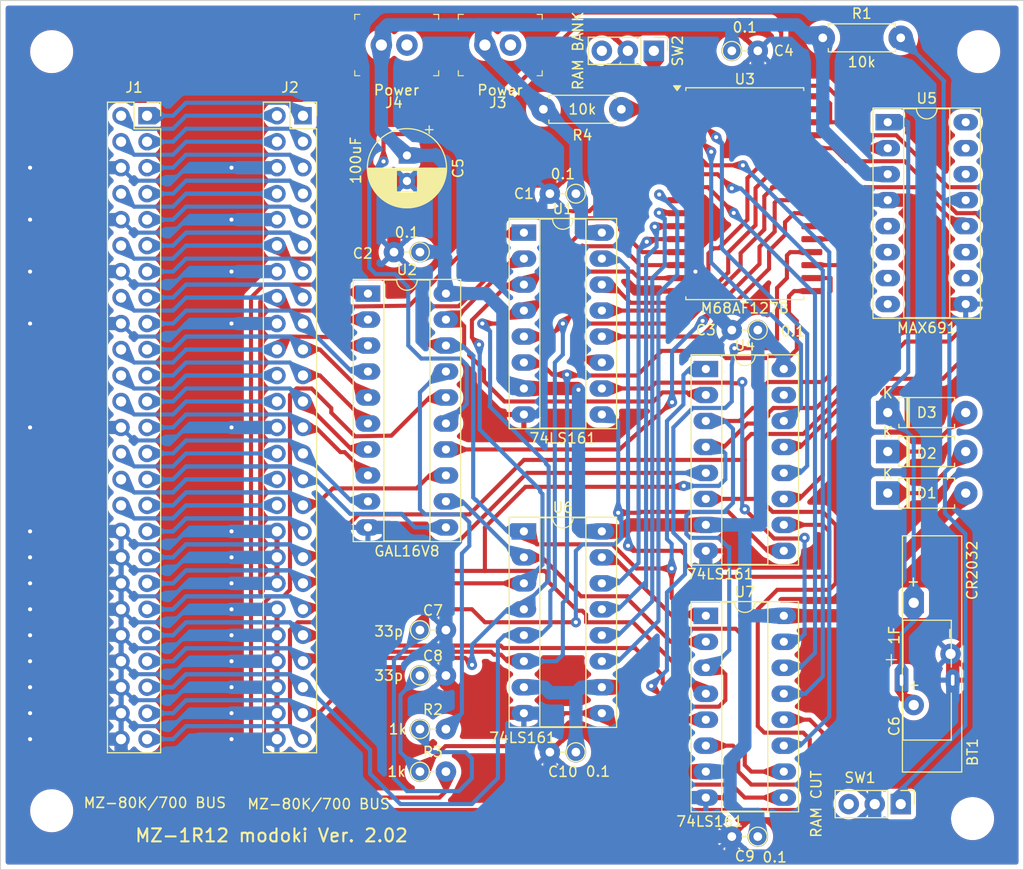
<source format=kicad_pcb>
(kicad_pcb (version 20240108) (generator "pcbnew") (generator_version "8.0")
  (title_block (title "MZ-1R12 modoki") (date "2024-08-10") (rev "2.02") (company "Mercury Nihombashi"))
  (layers (0 "F.Cu" signal) (31 "B.Cu" signal) (34 "B.Paste" user) (35 "F.Paste" user) (36 "B.SilkS" user "B.Silkscreen") (37 "F.SilkS" user "F.Silkscreen") (38 "B.Mask" user) (39 "F.Mask" user) (44 "Edge.Cuts" user))
  (net 0 "")
  (net 1 "GND")
  (net 2 "VCC")
  (net 3 "/RESET")
  (net 4 "/D7")
  (net 5 "/A15")
  (net 6 "/A3")
  (net 7 "/~{RD}")
  (net 8 "/D3")
  (net 9 "/~{IORQ}")
  (net 10 "/D2")
  (net 11 "/D6")
  (net 12 "/A14")
  (net 13 "/A2")
  (net 14 "/A10")
  (net 15 "/A12")
  (net 16 "/~{MREQ}")
  (net 17 "/A1")
  (net 18 "/A5")
  (net 19 "/D5")
  (net 20 "/~{WR}")
  (net 21 "/D1")
  (net 22 "/D4")
  (net 23 "/A9")
  (net 24 "/A4")
  (net 25 "/A8")
  (net 26 "/A0")
  (net 27 "/D0")
  (net 28 "/A11")
  (net 29 "/A7")
  (net 30 "/A6")
  (net 31 "/A13")
  (net 33 "/VBATT")
  (net 34 "/BB1")
  (net 35 "/CLKL")
  (net 36 "/~{NMI}")
  (net 37 "/~{EXINT}")
  (net 38 "/~{EXRESET}")
  (net 39 "/BUS_CLK")
  (net 40 "/~{SETH}")
  (net 41 "/~{EXWAIT}")
  (net 42 "/~{HALT}")
  (net 43 "/~{RST}")
  (net 44 "/~{M1}")
  (net 45 "/~{SETL}")
  (net 46 "/~{WE}")
  (net 47 "/~{OE}")
  (net 48 "/CLKH")
  (net 49 "/RA10")
  (net 50 "/RA11")
  (net 51 "/BB2")
  (net 52 "/RA8")
  (net 53 "/~{CE}")
  (net 54 "/RAM_VCC")
  (net 58 "/RA12")
  (net 63 "/RA9")
  (net 64 "/RA14")
  (net 65 "/RA13")
  (net 66 "/RA6")
  (net 69 "/RA1")
  (net 70 "/RA3")
  (net 71 "/RA2")
  (net 72 "/RA7")
  (net 73 "/RA5")
  (net 74 "/RA4")
  (net 75 "/RA0")
  (net 77 "Net-(R1--)")
  (net 79 "Net-(C7-+)")
  (net 80 "Net-(C8-+)")
  (net 81 "/RA16")
  (net 83 "Net-(U1-TC)")
  (net 84 "/RA15")
  (net 87 "Net-(U6-TC)")
  (net 88 "Net-(U1-CET)")
  (footprint "Package_DIP:DIP-16_W7.62mm_Socket_LongPads" (layer "F.Cu") (at 164.801 68.825)
    (property "Reference" "U4")
    (property "Value" "74LS161")
  )
  (footprint "Package_DIP:DIP-16_W7.62mm_Socket_LongPads" (layer "F.Cu") (at 164.801 92.955)
    (property "Reference" "U7")
    (property "Value" "74LS161")
  )
  (footprint "MountingHole:MountingHole_3.2mm_M3" (layer "F.Cu") (at 190.87 112.79)
    (property "Reference" "H4" (hide yes))
    (property "Value" "MountingHole_M3" (hide yes))
  )
  (footprint "Package_DIP:DIP-16_W7.62mm_Socket_LongPads" (layer "F.Cu") (at 147.019 84.7)
    (property "Reference" "U6")
    (property "Value" "74LS161")
  )
  (footprint "MountingHole:MountingHole_3.2mm_M3" (layer "F.Cu") (at 100.87 37.79)
    (property "Reference" "H1" (hide yes))
    (property "Value" "MountingHole_M3" (hide yes))
  )
  (footprint "Connector_PinHeader_2.54mm:PinHeader_1x03_P2.54mm_Vertical" (layer "F.Cu") (at 183.849 111.37 -90)
    (property "Reference" "SW1")
    (property "Value" "RAM CUT")
  )
  (footprint "Kao_Library:LargePad_R_Axial_DIN0204_L3.6mm_D1.6mm_P2.54mm_Vertical" (layer "F.Cu") (at 152.1 106.29 180)
    (property "Reference" "C10")
    (property "Value" "0.1")
  )
  (footprint "Kao_Library:LargePad_R_Axial_DIN0204_L3.6mm_D1.6mm_P2.54mm_Vertical" (layer "F.Cu") (at 136.86 108.195)
    (property "Reference" "R3")
    (property "Value" "1k")
  )
  (footprint "MountingHole:MountingHole_3.2mm_M3" (layer "F.Cu") (at 100.87 112.02)
    (property "Reference" "H3" (hide yes))
    (property "Value" "MountingHole_M3" (hide yes))
  )
  (footprint "Kao_Library:LargePad_R_Axial_DIN0204_L3.6mm_D1.6mm_P2.54mm_Vertical" (layer "F.Cu") (at 136.86 104.045)
    (property "Reference" "R2")
    (property "Value" "1k")
  )
  (footprint "Kao_Library:D_A-405_P7.62mm_Horizontal_LargePad" (layer "F.Cu") (at 182.58 80.96)
    (property "Reference" "D1")
    (property "Value" "D" (hide yes))
  )
  (footprint "Kao_Library:LargePad_R_Axial_DIN0207_L6.3mm_D2.5mm_P7.62mm_Horizontal" (layer "F.Cu") (at 176.229 36.44)
    (property "Reference" "R1")
    (property "Value" "10k")
  )
  (footprint "Capacitor_THT:DX_5R5VxxxxU_D11.5mm_P5.00mm" (layer "F.Cu") (at 183.93 99.248 90)
    (property "Reference" "C6")
    (property "Value" "1F")
  )
  (footprint "Kao_Library:LargePad_R_Axial_DIN0204_L3.6mm_D1.6mm_P2.54mm_Vertical" (layer "F.Cu") (at 167.34 37.71)
    (property "Reference" "C4")
    (property "Value" "0.1")
  )
  (footprint "Package_DIP:DIP-16_W7.62mm_Socket_LongPads" (layer "F.Cu") (at 147.02 55.49)
    (property "Reference" "U1")
    (property "Value" "74LS161")
  )
  (footprint "Package_SO:SSOP-32_11.305x20.495mm_P1.27mm" (layer "F.Cu") (at 168.611 51.68)
    (property "Reference" "U3")
    (property "Value" "M68AF127B")
  )
  (footprint "digikey-footprints:PinHeader_1x2_P2.5mm_Drill1.1mm" (layer "F.Cu") (at 143.21 37.145)
    (property "Reference" "J3")
    (property "Value" "Power")
  )
  (footprint "Kao_Library:LargePad_R_Axial_DIN0204_L3.6mm_D1.6mm_P2.54mm_Vertical" (layer "F.Cu") (at 169.881 65.015 180)
    (property "Reference" "C3")
    (property "Value" "0.1")
  )
  (footprint "Kao_Library:LargePad_R_Axial_DIN0204_L3.6mm_D1.6mm_P2.54mm_Vertical" (layer "F.Cu") (at 136.86 94.352)
    (property "Reference" "C7")
    (property "Value" "33p")
  )
  (footprint "Kao_Library:LargePad_R_Axial_DIN0204_L3.6mm_D1.6mm_P2.54mm_Vertical" (layer "F.Cu") (at 136.86 57.395 180)
    (property "Reference" "C2")
    (property "Value" "0.1")
  )
  (footprint "Kao_Library:D_A-405_P7.62mm_Horizontal_LargePad" (layer "F.Cu") (at 182.58 73.086)
    (property "Reference" "D3")
    (property "Value" "D" (hide yes))
  )
  (footprint "Capacitor_THT:CP_Radial_D7.5mm_P2.50mm" (layer "F.Cu") (at 135.59 47.94 -90)
    (property "Reference" "C5")
    (property "Value" "100uF")
  )
  (footprint "Kao_Library:LargePad_R_Axial_DIN0207_L6.3mm_D2.5mm_P7.62mm_Horizontal" (layer "F.Cu") (at 148.925 43.425)
    (property "Reference" "R4")
    (property "Value" "10k")
  )
  (footprint "digikey-footprints:PinHeader_1x2_P2.5mm_Drill1.1mm" (layer "F.Cu") (at 133.09 37.145)
    (property "Reference" "J4")
    (property "Value" "Power")
  )
  (footprint "Kao_Library:LargePad_R_Axial_DIN0204_L3.6mm_D1.6mm_P2.54mm_Vertical" (layer "F.Cu") (at 152.1 51.68 180)
    (property "Reference" "C1")
    (property "Value" "0.1")
  )
  (footprint "Package_DIP:DIP-20_W7.62mm_Socket_LongPads" (layer "F.Cu") (at 131.78 61.45)
    (property "Reference" "U2")
    (property "Value" "GAL16V8")
  )
  (footprint "MountingHole:MountingHole_3.2mm_M3" (layer "F.Cu") (at 191.47 37.79)
    (property "Reference" "H2" (hide yes))
    (property "Value" "MountingHole_M3" (hide yes))
  )
  (footprint "Connector_PinSocket_2.54mm:PinSocket_2x25_P2.54mm_Vertical" (layer "F.Cu") (at 110.191 44.06)
    (property "Reference" "J1")
    (property "Value" "MZ-80K/700 BUS")
  )
  (footprint "Connector_PinHeader_2.54mm:PinHeader_1x03_P2.54mm_Vertical" (layer "F.Cu") (at 159.72 37.71 -90)
    (property "Reference" "SW2")
    (property "Value" "RAM BANK")
  )
  (footprint "Kao_Library:LargePad_R_Axial_DIN0204_L3.6mm_D1.6mm_P2.54mm_Vertical" (layer "F.Cu") (at 169.88 114.545 180)
    (property "Reference" "C9")
    (property "Value" "0.1")
  )
  (footprint "Kao_Library:LargePad_R_Axial_DIN0204_L3.6mm_D1.6mm_P2.54mm_Vertical" (layer "F.Cu") (at 136.86 98.797)
    (property "Reference" "C8")
    (property "Value" "33p")
  )
  (footprint "Package_DIP:DIP-16_W7.62mm_Socket_LongPads" (layer "F.Cu") (at 182.58 44.695)
    (property "Reference" "U5")
    (property "Value" "MAX691")
  )
  (footprint "Connector_PinSocket_2.54mm:PinSocket_2x25_P2.54mm_Vertical" (layer "F.Cu") (at 125.43 44.06)
    (property "Reference" "J2")
    (property "Value" "MZ-80K/700 BUS")
  )
  (footprint "Kao_Library:D_A-405_P7.62mm_Horizontal_LargePad" (layer "F.Cu") (at 182.58 76.896)
    (property "Reference" "D2")
    (property "Value" "D" (hide yes))
  )
  (footprint "Kao_Library:Battery_CR2032-AKIZUKI_VERTICAL_HOLDER" (layer "F.Cu") (at 185.119 91.685 -90)
    (property "Reference" "BT1")
    (property "Value" "CR2032")
  )
  (gr_rect (start 95.87 32.79) (end 195.87 117.79) (stroke (width 0.1)) (fill none) (layer "Edge.Cuts"))
  (gr_text "MZ-1R12 modoki Ver. 2.02" (at 108.92 115.18 0) (layer "F.SilkS") (effects (font (size 1.27 1.27) (thickness 0.2032)) (justify left bottom)))
  (segment (start 157.18 37.71) (end 157.18 39.615) (width 1.3) (layer "F.Cu") (net 1))
  (segment (start 133.079 50.44) (end 131.144 48.505) (width 1.3) (layer "F.Cu") (net 1))
  (segment (start 186.644 60.919) (end 188.2 62.475) (width 1.3) (layer "F.Cu") (net 1))
  (segment (start 184.739 52.315) (end 186.644 54.22) (width 1.3) (layer "F.Cu") (net 1))
  (segment (start 149.56 48.505) (end 150.83 47.235) (width 1.3) (layer "F.Cu") (net 1))
  (segment (start 151.024 47.041) (end 150.83 47.041) (width 1.3) (layer "F.Cu") (net 1))
  (segment (start 98.759 49.14) (end 98.759 43.425) (width 1.3) (layer "F.Cu") (net 1))
  (segment (start 134.32 50.4545) (end 134.32 57.395) (width 1.3) (layer "F.Cu") (net 1))
  (segment (start 118.445 94.859) (end 118.446 94.86) (width 1.3) (layer "F.Cu") (net 1))
  (segment (start 118.444 99.939) (end 118.445 99.939) (width 1.3) (layer "F.Cu") (net 1))
  (segment (start 118.444 89.779) (end 118.444 87.239) (width 1.3) (layer "F.Cu") (net 1))
  (segment (start 131.144 42.79) (end 127.969 39.615) (width 1.3) (layer "F.Cu") (net 1))
  (segment (start 118.444 97.399) (end 118.444 94.859) (width 1.3) (layer "F.Cu") (net 1))
  (segment (start 118.444 92.319) (end 118.444 89.779) (width 1.3) (layer "F.Cu") (net 1))
  (segment (start 118.444 105.019) (end 118.444 102.479) (width 1.3) (layer "F.Cu") (net 1))
  (segment (start 149.56 50.44) (end 149.56 51.68) (width 1.3) (layer "F.Cu") (net 1))
  (segment (start 131.144 48.505) (end 131.144 42.79) (width 1.3) (layer "F.Cu") (net 1))
  (segment (start 119.079 39.615) (end 118.444 40.25) (width 1.3) (layer "F.Cu") (net 1))
  (segment (start 163.785 60.57) (end 163.785 59.3) (width 0.4) (layer "F.Cu") (net 1))
  (segment (start 118.444 94.859) (end 118.445 94.859) (width 1.3) (layer "F.Cu") (net 1))
  (segment (start 98.759 59.3) (end 98.759 64.38) (width 1.3) (layer "F.Cu") (net 1))
  (segment (start 98.759 99.94) (end 98.759 102.48) (width 1.3) (layer "F.Cu") (net 1))
  (segment (start 100.029 42.155) (end 117.809 42.155) (width 1.3) (layer "F.Cu") (net 1))
  (segment (start 139.4 99.558) (end 142.322 102.48) (width 1.3) (layer "F.Cu") (net 1))
  (segment (start 118.444 54.219) (end 118.444 49.139) (width 1.3) (layer "F.Cu") (net 1))
  (segment (start 98.759 64.38) (end 98.759 74.54) (width 1.3) (layer "F.Cu") (net 1))
  (segment (start 134.3345 50.44) (end 134.32 50.4545) (width 1.3) (layer "F.Cu") (net 1))
  (segment (start 118.445 99.939) (end 118.446 99.94) (width 1.3) (layer "F.Cu") (net 1))
  (segment (start 139.4 98.797) (end 139.4 99.558) (width 1.3) (layer "F.Cu") (net 1))
  (segment (start 118.444 94.859) (end 118.444 92.319) (width 1.3) (layer "F.Cu") (net 1))
  (segment (start 98.759 43.425) (end 100.029 42.155) (width 1.3) (layer "F.Cu") (net 1))
  (segment (start 118.444 92.319) (end 118.445 92.319) (width 1.3) (layer "F.Cu") (net 1))
  (segment (start 188.93 97.373) (end 188.719 97.162) (width 1.3) (layer "F.Cu") (net 1))
  (segment (start 188.719 97.162) (end 188.719 96.685) (width 1.3) (layer "F.Cu") (net 1))
  (segment (start 98.759 54.22) (end 98.759 59.3) (width 1.3) (layer "F.Cu") (net 1))
  (segment (start 98.759 102.48) (end 98.759 105.02) (width 1.3) (layer "F.Cu") (net 1))
  (segment (start 118.445 102.479) (end 118.446 102.48) (width 1.3) (layer "F.Cu") (net 1))
  (segment (start 149.56 50.44) (end 135.59 50.44) (width 1.3) (layer "F.Cu") (net 1))
  (segment (start 182.58 52.315) (end 184.739 52.315) (width 1.3) (layer "F.Cu") (net 1))
  (segment (start 98.759 87.24) (end 98.759 89.78) (width 1.3) (layer "F.Cu") (net 1))
  (segment (start 118.444 97.399) (end 118.445 97.399) (width 1.3) (layer "F.Cu") (net 1))
  (segment (start 155.275 39.615) (end 152.1 42.79) (width 1.3) (layer "F.Cu") (net 1))
  (segment (start 118.445 87.239) (end 118.446 87.24) (width 1.3) (layer "F.Cu") (net 1))
  (segment (start 118.444 102.479) (end 118.445 102.479) (width 1.3) (layer "F.Cu") (net 1))
  (segment (start 98.759 89.78) (end 98.759 92.32) (width 1.3) (layer "F.Cu") (net 1))
  (segment (start 118.445 97.399) (end 118.446 97.4) (width 1.3) (layer "F.Cu") (net 1))
  (segment (start 152.1 42.79) (end 152.1 45.965) (width 1.3) (layer "F.Cu") (net 1))
  (segment (start 118.444 41.52) (end 118.444 49.139) (width 1.3) (layer "F.Cu") (net 1))
  (segment (start 118.444 99.939) (end 118.444 97.399) (width 1.3) (layer "F.Cu") (net 1))
  (segment (start 152.1 45.965) (end 151.024 47.041) (width 1.3) (layer "F.Cu") (net 1))
  (segment (start 118.444 84.699) (end 118.444 74.539) (width 1.3) (layer "F.Cu") (net 1))
  (segment (start 163.15 61.205) (end 163.785 60.57) (width 0.4) (layer "F.Cu") (net 1))
  (segment (start 98.759 49.14) (end 98.759 54.22) (width 1.3) (layer "F.Cu") (net 1))
  (segment (start 162.061 61.205) (end 163.15 61.205) (width 0.4) (layer "F.Cu") (net 1))
  (segment (start 118.444 102.479) (end 118.444 99.939) (width 1.3) (layer "F.Cu") (net 1))
  (segment (start 118.444 87.239) (end 118.445 87.239) (width 1.3) (layer "F.Cu") (net 1))
  (segment (start 98.759 92.32) (end 98.759 94.86) (width 1.3) (layer "F.Cu") (net 1))
  (segment (start 118.444 59.299) (end 118.444 54.219) (width 1.3) (layer "F.Cu") (net 1))
  (segment (start 135.59 50.44) (end 133.079 50.44) (width 1.3) (layer "F.Cu") (net 1))
  (segment (start 118.445 89.779) (end 118.446 89.78) (width 1.3) (layer "F.Cu") (net 1))
  (segment (start 118.445 92.319) (end 118.446 92.32) (width 1.3) (layer "F.Cu") (net 1))
  (segment (start 186.644 54.22) (end 186.644 60.919) (width 1.3) (layer "F.Cu") (net 1))
  (segment (start 149.56 48.505) (end 149.56 50.44) (width 1.3) (layer "F.Cu") (net 1))
  (segment (start 98.759 94.86) (end 98.759 97.4) (width 1.3) (layer "F.Cu") (net 1))
  (segment (start 98.759 84.7) (end 98.759 87.24) (width 1.3) (layer "F.Cu") (net 1))
  (segment (start 118.444 89.779) (end 118.445 89.779) (width 1.3) (layer "F.Cu") (net 1))
  (segment (start 117.809 42.155) (end 118.444 41.52) (width 1.3) (layer "F.Cu") (net 1))
  (segment (start 127.969 39.615) (end 119.079 39.615) (width 1.3) (layer "F.Cu") (net 1))
  (segment (start 118.444 74.539) (end 118.444 64.379) (width 1.3) (layer "F.Cu") (net 1))
  (segment (start 188.93 99.248) (end 188.93 97.373) (width 1.3) (layer "F.Cu") (net 1))
  (segment (start 188.2 62.475) (end 190.2 62.475) (width 1.3) (layer "F.Cu") (net 1))
  (segment (start 118.444 64.379) (end 118.444 59.299) (width 1.3) (layer "F.Cu") (net 1))
  (segment (start 98.759 97.4) (end 98.759 99.94) (width 1.3) (layer "F.Cu") (net 1))
  (segment (start 98.759 74.54) (end 98.759 84.7) (width 1.3) (layer "F.Cu") (net 1))
  (segment (start 157.18 39.615) (end 155.275 39.615) (width 1.3) (layer "F.Cu") (net 1))
  (segment (start 118.444 87.239) (end 118.444 84.699) (width 1.3) (layer "F.Cu") (net 1))
  (segment (start 142.322 102.48) (end 147.019 102.48) (width 1.3) (layer "F.Cu") (net 1))
  (segment (start 118.444 40.25) (end 118.444 41.52) (width 1.3) (layer "F.Cu") (net 1))
  (via (at 118.446 87.24) (size 1) (drill 0.4) (layers "F.Cu" "B.Cu") (net 1))
  (via (at 118.444 49.139) (size 1) (drill 0.4) (layers "F.Cu" "B.Cu") (net 1))
  (via (at 118.446 84.7) (size 1) (drill 0.4) (layers "F.Cu" "B.Cu") (net 1))
  (via (at 118.446 89.78) (size 1) (drill 0.4) (layers "F.Cu" "B.Cu") (net 1))
  (via (at 118.446 94.86) (size 1) (drill 0.4) (layers "F.Cu" "B.Cu") (net 1))
  (via (at 118.444 64.379) (size 1) (drill 0.4) (layers "F.Cu" "B.Cu") (net 1))
  (via (at 118.446 92.32) (size 1) (drill 0.4) (layers "F.Cu" "B.Cu") (net 1))
  (via (at 118.446 97.4) (size 1) (drill 0.4) (layers "F.Cu" "B.Cu") (net 1))
  (via (at 118.446 99.94) (size 1) (drill 0.4) (layers "F.Cu" "B.Cu") (net 1))
  (via (at 98.759 89.78) (size 1) (drill 0.4) (layers "F.Cu" "B.Cu") (net 1))
  (via (at 98.759 49.14) (size 1) (drill 0.4) (layers "F.Cu" "B.Cu") (net 1))
  (via (at 98.759 105.02) (size 1) (drill 0.4) (layers "F.Cu" "B.Cu") (net 1))
  (via (at 98.759 94.86) (size 1) (drill 0.4) (layers "F.Cu" "B.Cu") (net 1))
  (via (at 98.759 74.54) (size 1) (drill 0.4) (layers "F.Cu" "B.Cu") (net 1))
  (via (at 98.759 102.48) (size 1) (drill 0.4) (layers "F.Cu" "B.Cu") (net 1))
  (via (at 98.759 59.3) (size 1) (drill 0.4) (layers "F.Cu" "B.Cu") (net 1))
  (via (at 118.446 105.02) (size 1) (drill 0.4) (layers "F.Cu" "B.Cu") (net 1))
  (via (at 163.785 59.3) (size 1) (drill 0.4) (layers "F.Cu" "B.Cu") (net 1))
  (via (at 98.759 54.22) (size 1) (drill 0.4) (layers "F.Cu" "B.Cu") (net 1))
  (via (at 98.759 87.24) (size 1) (drill 0.4) (layers "F.Cu" "B.Cu") (net 1))
  (via (at 118.444 59.299) (size 1) (drill 0.4) (layers "F.Cu" "B.Cu") (net 1))
  (via (at 98.759 64.38) (size 1) (drill 0.4) (layers "F.Cu" "B.Cu") (net 1))
  (via (at 118.444 54.219) (size 1) (drill 0.4) (layers "F.Cu" "B.Cu") (net 1))
  (via (at 98.759 84.7) (size 1) (drill 0.4) (layers "F.Cu" "B.Cu") (net 1))
  (via (at 118.446 102.48) (size 1) (drill 0.4) (layers "F.Cu" "B.Cu") (net 1))
  (via (at 118.446 74.54) (size 1) (drill 0.4) (layers "F.Cu" "B.Cu") (net 1))
  (via (at 98.759 92.32) (size 1) (drill 0.4) (layers "F.Cu" "B.Cu") (net 1))
  (via (at 98.759 97.4) (size 1) (drill 0.4) (layers "F.Cu" "B.Cu") (net 1))
  (via (at 98.759 99.94) (size 1) (drill 0.4) (layers "F.Cu" "B.Cu") (net 1))
  (segment (start 112.731 60.57) (end 114.001 59.3) (width 0.4) (layer "B.Cu") (net 1))
  (segment (start 115.271 105.02) (end 112.731 107.56) (width 1.3) (layer "B.Cu") (net 1))
  (segment (start 107.651 102.48) (end 98.759 102.48) (width 1.3) (layer "B.Cu") (net 1))
  (segment (start 112.731 98.67) (end 114.001 97.4) (width 0.4) (layer "B.Cu") (net 1))
  (segment (start 179.405 116.45) (end 167.34 116.45) (width 1.3) (layer "B.Cu") (net 1))
  (segment (start 122.89 99.94) (end 118.446 99.94) (width 1.3) (layer "B.Cu") (net 1))
  (segment (start 114.001 59.3) (end 118.443 59.3) (width 0.4) (layer "B.Cu") (net 1))
  (segment (start 107.651 89.78) (end 108.921 91.05) (width 0.4) (layer "B.Cu") (net 1))
  (segment (start 108.921 55.49) (end 112.731 55.49) (width 0.4) (layer "B.Cu") (net 1))
  (segment (start 122.89 84.7) (end 118.446 84.7) (width 1.3) (layer "B.Cu") (net 1))
  (segment (start 181.309 111.37) (end 181.309 114.546) (width 1.3) (layer "B.Cu") (net 1))
  (segment (start 118.446 87.24) (end 122.891 87.24) (width 1.3) (layer "B.Cu") (net 1))
  (segment (start 162.005 91.685) (end 162.005 112.259) (width 1.2) (layer "B.Cu") (net 1))
  (segment (start 163.8623 45.5057) (end 168.5465 40.8215) (width 1.3) (layer "B.Cu") (net 1))
  (segment (start 118.446 105.02) (end 115.271 105.02) (width 1.3) (layer "B.Cu") (net 1))
  (segment (start 162.005 113.529) (end 162.006 113.53) (width 1.3) (layer "B.Cu") (net 1))
  (segment (start 107.651 94.86) (end 98.759 94.86) (width 1.3) (layer "B.Cu") (net 1))
  (segment (start 107.651 54.22) (end 108.921 55.49) (width 0.4) (layer "B.Cu") (net 1))
  (segment (start 122.89 89.78) (end 118.446 89.78) (width 1.3) (layer "B.Cu") (net 1))
  (segment (start 164.801 88.889) (end 162.055 91.635) (width 1.3) (layer "B.Cu") (net 1))
  (segment (start 133.78 88.002) (end 133.959 88.002) (width 1.3) (layer "B.Cu") (net 1))
  (segment (start 114.001 49.14) (end 118.443 49.14) (width 0.4) (layer "B.Cu") (net 1))
  (segment (start 112.731 93.59) (end 114.001 92.32) (width 0.4) (layer "B.Cu") (net 1))
  (segment (start 122.89 74.54) (end 118.446 74.54) (width 1.3) (layer "B.Cu") (net 1))
  (segment (start 149.019 105.749) (end 149.019 102.48) (width 1.3) (layer "B.Cu") (net 1))
  (segment (start 107.651 64.38) (end 98.759 64.38) (width 1.3) (layer "B.Cu") (net 1))
  (segment (start 162.8408 110.735) (end 162.8278 110.722) (width 1.3) (layer "B.Cu") (net 1))
  (segment (start 114.001 84.7) (end 118.443 84.7) (width 0.4) (layer "B.Cu") (net 1))
  (segment (start 114.001 64.38) (end 118.443 64.38) (width 0.4) (layer "B.Cu") (net 1))
  (segment (start 107.651 102.48) (end 108.921 103.75) (width 0.4) (layer "B.Cu") (net 1))
  (segment (start 105.745 114.545) (end 105.11 113.91) (width 1.3) (layer "B.Cu") (net 1))
  (segment (start 148.3595 114.545) (end 149.56 113.3445) (width 1.3) (layer "B.Cu") (net 1))
  (segment (start 108.921 107.56) (end 107.651 106.29) (width 1.3) (layer "B.Cu") (net 1))
  (segment (start 112.731 75.81) (end 114.001 74.54) (width 0.4) (layer "B.Cu") (net 1))
  (segment (start 112.731 55.49) (end 114.001 54.22) (width 0.4) (layer "B.Cu") (net 1))
  (segment (start 114.001 89.78) (end 118.443 89.78) (width 0.4) (layer "B.Cu") (net 1))
  (segment (start 162.005 112.259) (end 162.005 114.545) (width 1.3) (layer "B.Cu") (net 1))
  (segment (start 107.651 92.32) (end 108.921 93.59) (width 0.4) (layer "B.Cu") (net 1))
  (segment (start 118.443 49.14) (end 118.444 49.139) (width 0.4) (layer "B.Cu") (net 1))
  (segment (start 108.921 60.57) (end 112.731 60.57) (width 0.4) (layer "B.Cu") (net 1))
  (segment (start 107.651 49.14) (end 98.759 49.14) (width 1.3) (layer "B.Cu") (net 1))
  (segment (start 114.001 94.86) (end 118.443 94.86) (width 0.4) (layer "B.Cu") (net 1))
  (segment (start 108.921 75.81) (end 112.731 75.81) (width 0.4) (layer "B.Cu") (net 1))
  (segment (start 108.921 96.13) (end 112.731 96.13) (width 0.4) (layer "B.Cu") (net 1))
  (segment (start 162.8408 110.735) (end 162.801 110.735) (width 1.3) (layer "B.Cu") (net 1))
  (segment (start 114.001 87.24) (end 118.443 87.24) (width 0.4) (layer "B.Cu") (net 1))
  (segment (start 157.18 40.25) (end 157.815 40.885) (width 1.3) (layer "B.Cu") (net 1))
  (segment (start 107.651 89.78) (end 98.759 89.78) (width 1.3) (layer "B.Cu") (net 1))
  (segment (start 133.78 88.002) (end 133.78 84.31) (width 1.3) (layer "B.Cu") (net 1))
  (segment (start 139.4 91.304) (end 137.622 89.526) (width 1.3) (layer "B.Cu") (net 1))
  (segment (start 118.446 102.48) (end 122.891 102.48) (width 1.3) (layer "B.Cu") (net 1))
  (segment (start 108.921 101.21) (end 112.731 101.21) (width 0.4) (layer "B.Cu") (net 1))
  (segment (start 107.651 74.54) (end 98.759 74.54) (width 1.3) (layer "B.Cu") (net 1))
  (segment (start 149.56 106.29) (end 149.019 105.749) (width 1.3) (layer "B.Cu") (net 1))
  (segment (start 139.4 94.352) (end 139.4 98.797) (width 1.3) (layer "B.Cu") (net 1))
  (segment (start 107.651 64.38) (end 108.921 65.65) (width 0.4) (layer "B.Cu") (net 1))
  (segment (start 147.02 73.27) (end 148.29 73.27) (width 0.8) (layer "B.Cu") (net 1))
  (segment (start 167.34 116.45) (end 167.34 114.545) (width 1.3) (layer "B.Cu") (net 1))
  (segment (start 162.055 91.635) (end 162.055 91.685) (width 1.3) (layer "B.Cu") (net 1))
  (segment (start 118.446 97.4) (end 122.891 97.4) (width 1.3) (layer "B.Cu") (net 1))
  (segment (start 163.8623 59.2227) (end 163.8623 45.5057) (width 1.3) (layer "B.Cu") (net 1))
  (segment (start 112.731 96.13) (end 114.001 94.86) (width 0.4) (layer "B.Cu") (net 1))
  (segment (start 157.18 37.71) (end 157.18 40.25) (width 1.3) (layer "B.Cu") (net 1))
  (segment (start 188.93 101.123) (end 181.309 108.744) (width 1.3) (layer "B.Cu") (net 1))
  (segment (start 105.11 113.91) (end 105.11 108.195) (width 1.3) (layer "B.Cu") (net 1))
  (segment (start 133.959 88.002) (end 135.483 89.526) (width 1.3) (layer "B.Cu") (net 1))
  (segment (start 169.88 45.33) (end 169.88 37.71) (width 1.3) (layer "B.Cu") (net 1))
  (segment (start 108.921 91.05) (end 112.731 91.05) (width 0.4) (layer "B.Cu") (net 1))
  (segment (start 108.921 50.41) (end 112.731 50.41) (width 0.4) (layer "B.Cu") (net 1))
  (segment (start 107.651 87.24) (end 108.921 88.51) (width 0.4) (layer "B.Cu") (net 1))
  (segment (start 112.731 103.75) (end 114.001 102.48) (width 0.4) (layer "B.Cu") (net 1))
  (segment (start 181.309 108.744) (end 181.309 111.37) (width 1.3) (layer "B.Cu") (net 1))
  (segment (start 122.89 94.86) (end 118.446 94.86) (width 1.3) (layer "B.Cu") (net 1))
  (segment (start 122.89 102.48) (end 118.446 102.48) (width 1.3) (layer "B.Cu") (net 1))
  (segment (start 148.925707 52.314293) (end 149.56 51.68) (width 0.8) (layer "B.Cu") (net 1))
  (segment (start 122.89 97.4) (end 118.446 97.4) (width 1.3) (layer "B.Cu") (net 1))
  (segment (start 162.005 112.259) (end 162.005 113.529) (width 1.3) (layer "B.Cu") (net 1))
  (segment (start 148.29 73.27) (end 148.925707 72.634293) (width 0.8) (layer "B.Cu") (net 1))
  (segment (start 167.34 114.545) (end 162.005 114.545) (width 1.3) (layer "B.Cu") (net 1))
  (segment (start 181.309 114.546) (end 179.405 116.45) (width 1.3) (layer "B.Cu") (net 1))
  (segment (start 107.651 59.3) (end 108.921 60.57) (width 0.4) (layer "B.Cu") (net 1))
  (segment (start 107.651 84.7) (end 98.759 84.7) (width 1.3) (layer "B.Cu") (net 1))
  (segment (start 163.8623 60.3755) (end 163.8623 59.3773) (width 1.3) (layer "B.Cu") (net 1))
  (segment (start 107.651 59.3) (end 98.759 59.3) (width 1.3) (layer "B.Cu") (net 1))
  (segment (start 114.001 54.22) (end 118.443 54.22) (width 0.4) (layer "B.Cu") (net 1))
  (segment (start 107.651 99.94) (end 98.759 99.94) (width 1.3) (layer "B.Cu") (net 1))
  (segment (start 108.921 85.97) (end 112.731 85.97) (width 0.4) (layer "B.Cu") (net 1))
  (segment (start 112.731 85.97) (end 114.001 84.7) (width 0.4) (layer "B.Cu") (net 1))
  (segment (start 182.58 52.315) (end 176.865 52.315) (width 1.3) (layer "B.Cu") (net 1))
  (segment (start 108.921 98.67) (end 112.731 98.67) (width 0.4) (layer "B.Cu") (net 1))
  (segment (start 112.731 91.05) (end 114.001 89.78) (width 0.4) (layer "B.Cu") (net 1))
  (segment (start 133.78 84.31) (end 131.78 84.31) (width 1.3) (layer "B.Cu") (net 1))
  (segment (start 107.651 49.14) (end 108.921 50.41) (width 0.4) (layer "B.Cu") (net 1))
  (segment (start 135.483 89.526) (end 137.622 89.526) (width 1.3) (layer "B.Cu") (net 1))
  (segment (start 114.001 102.48) (end 118.443 102.48) (width 0.4) (layer "B.Cu") (net 1))
  (segment (start 163.8623 61.5363) (end 163.8623 60.3755) (width 1.3) (layer "B.Cu") (net 1))
  (segment (start 164.801 110.735) (end 163.161 110.735) (width 1.3) (layer "B.Cu") (net 1))
  (segment (start 107.651 74.54) (end 108.921 75.81) (width 0.4) (layer "B.Cu") (net 1))
  (segment (start 112.731 65.65) (end 114.001 64.38) (width 0.4) (layer "B.Cu") (net 1))
  (segment (start 112.731 101.21) (end 114.001 99.94) (width 0.4) (layer "B.Cu") (net 1))
  (segment (start 107.651 97.4) (end 98.759 97.4) (width 1.3) (layer "B.Cu") (net 1))
  (segment (start 107.651 87.24) (end 98.759 87.24) (width 1.3) (layer "B.Cu") (net 1))
  (segment (start 157.815 40.885) (end 157.8785 40.8215) (width 1.3) (layer "B.Cu") (net 1))
  (segment (start 101.3 105.02) (end 98.759 105.02) (width 1.3) (layer "B.Cu") (net 1))
  (segment (start 119.079 49.14) (end 122.889 49.14) (width 1.3) (layer "B.Cu") (net 1))
  (segment (start 107.651 92.32) (end 98.759 92.32) (width 1.3) (layer "B.Cu") (net 1))
  (segment (start 101.935 105.02) (end 101.3 105.02) (width 1.3) (layer "B.Cu") (net 1))
  (segment (start 113.365 114.545) (end 105.745 114.545) (width 1.3) (layer "B.Cu") (net 1))
  (segment (start 108.921 103.75) (end 112.731 103.75) (width 0.4) (layer "B.Cu") (net 1))
  (segment (start 169.88 38.726) (end 169.88 37.71) (width 1.3) (layer "B.Cu") (net 1))
  (segment (start 107.651 94.86) (end 108.921 96.13) (width 0.4) (layer "B.Cu") (net 1))
  (segment (start 148.925707 72.634293) (end 148.925707 52.314293) (width 0.8) (layer "B.Cu") (net 1))
  (segment (start 112.731 88.51) (end 114.001 87.24) (width 0.4) (layer "B.Cu") (net 1))
  (segment (start 112.731 107.56) (end 108.921 107.56) (width 1.3) (layer "B.Cu") (net 1))
  (segment (start 114.001 74.54) (end 118.443 74.54) (width 0.4) (layer "B.Cu") (net 1))
  (segment (start 118.446 74.54) (end 122.891 74.54) (width 1.3) (layer "B.Cu") (net 1))
  (segment (start 168.5465 40.8215) (end 169.88 39.488) (width 1.3) (layer "B.Cu") (net 1))
  (segment (start 163.161 110.735) (end 162.8408 110.735) (width 1.3) (layer "B.Cu") (net 1))
  (segment (start 122.89 105.02) (end 118.446 105.02) (width 1.3) (layer "B.Cu") (net 1))
  (segment (start 107.651 105.02) (end 101.3 105.02) (width 1.3) (layer "B.Cu") (net 1))
  (segment (start 112.731 50.41) (end 114.001 49.14) (width 0.4) (layer "B.Cu") (net 1))
  (segment (start 163.785 59.3) (end 163.8623 59.2227) (width 1.3) (layer "B.Cu") (net 1))
  (segment (start 108.921 88.51) (end 112.731 88.51) (width 0.4) (layer "B.Cu") (net 1))
  (segment (start 122.89 92.32) (end 118.446 92.32) (width 1.3) (layer "B.Cu") (net 1))
  (segment (start 167.341 65.015) (end 163.8623 61.5363) (width 1.3) (layer "B.Cu") (net 1))
  (segment (start 164.801 86.605) (end 164.801 88.889) (width 1.3) (layer "B.Cu") (net 1))
  (segment (start 107.651 106.29) (end 107.651 105.02) (width 1.3) (layer "B.Cu") (net 1))
  (segment (start 108.921 93.59) (end 112.731 93.59) (width 0.4) (layer "B.Cu") (net 1))
  (segment (start 157.8785 40.8215) (end 168.5465 40.8215) (width 1.3) (layer "B.Cu") (net 1))
  (segment (start 107.651 84.7) (end 108.921 85.97) (width 0.4) (layer "B.Cu") (net 1))
  (segment (start 107.651 97.4) (end 108.921 98.67) (width 0.4) (layer "B.Cu") (net 1))
  (segment (start 188.93 99.248) (end 188.93 101.123) (width 1.3) (layer "B.Cu") (net 1))
  (segment (start 118.446 89.78) (end 122.891 89.78) (width 1.3) (layer "B.Cu") (net 1))
  (segment (start 147.019 102.48) (end 149.019 102.48) (width 1.3) (layer "B.Cu") (net 1))
  (segment (start 114.001 99.94) (end 118.443 99.94) (width 0.4) (layer "B.Cu") (net 1))
  (segment (start 114.001 92.32) (end 118.443 92.32) (width 0.4) (layer "B.Cu") (net 1))
  (segment (start 122.89 87.24) (end 118.446 87.24) (width 1.3) (layer "B.Cu") (net 1))
  (segment (start 119.079 59.3) (end 122.889 59.3) (width 1.3) (layer "B.Cu") (net 1))
  (segment (start 163.8623 59.3773) (end 163.785 59.3) (width 1.3) (layer "B.Cu") (net 1))
  (segment (start 162.005 114.545) (end 113.365 114.545) (width 1.3) (layer "B.Cu") (net 1))
  (segment (start 118.446 94.86) (end 122.891 94.86) (width 1.3) (layer "B.Cu") (net 1))
  (segment (start 107.651 99.94) (end 108.921 101.21) (width 0.4) (layer "B.Cu") (net 1))
  (segment (start 118.446 92.32) (end 122.891 92.32) (width 1.3) (layer "B.Cu") (net 1))
  (segment (start 149.56 113.3445) (end 149.56 106.29) (width 1.3) (layer "B.Cu") (net 1))
  (segment (start 119.079 64.38) (end 122.889 64.38) (width 1.3) (layer "B.Cu") (net 1))
  (segment (start 118.446 84.7) (end 122.891 84.7) (width 1.3) (layer "B.Cu") (net 1))
  (segment (start 119.079 54.22) (end 122.889 54.22) (width 1.3) (layer "B.Cu") (net 1))
  (segment (start 108.921 65.65) (end 112.731 65.65) (width 0.4) (layer "B.Cu") (net 1))
  (segment (start 105.11 108.195) (end 101.935 105.02) (width 1.3) (layer "B.Cu") (net 1))
  (segment (start 176.865 52.315) (end 169.88 45.33) (width 1.3) (layer "B.Cu") (net 1))
  (segment (start 118.446 99.94) (end 122.891 99.94) (width 1.3) (layer "B.Cu") (net 1))
  (segment (start 107.651 54.22) (end 98.759 54.22) (width 1.3) (layer "B.Cu") (net 1))
  (segment (start 114.001 97.4) (end 118.443 97.4) (width 0.4) (layer "B.Cu") (net 1))
  (segment (start 139.4 94.352) (end 139.4 91.304) (width 1.3) (layer "B.Cu") (net 1))
  (segment (start 154.639 84.7) (end 156.639 84.7) (width 1.3) (layer "F.Cu") (net 2))
  (segment (start 154.639 99.94) (end 156.639 99.94) (width 1.3) (layer "F.Cu") (net 2))
  (segment (start 172.421 92.955) (end 178.205 92.955) (width 1.3) (layer "F.Cu") (net 2))
  (segment (start 152.228 70.73) (end 152.355 70.857) (width 1.3) (layer "F.Cu") (net 2))
  (segment (start 159.0055 104.9395) (end 159.0055 102.3065) (width 1.3) (layer "F.Cu") (net 2))
  (segment (start 157.274 84.065) (end 156.639 84.7) (width 1.3) (layer "F.Cu") (net 2))
  (segment (start 164.801 108.195) (end 162.261 108.195) (width 1.3) (layer "F.Cu") (net 2))
  (segment (start 159.0055 102.3065) (end 156.639 99.94) (width 1.3) (layer "F.Cu") (net 2))
  (segment (start 156.639 100.1041) (end 156.639 99.94) (width 1.3) (layer "F.Cu") (net 2))
  (segment (start 147.02 70.73) (end 152.228 70.73) (width 1.3) (layer "F.Cu") (net 2))
  (segment (start 178.205 92.955) (end 190.2 80.96) (width 1.3) (layer "F.Cu") (net 2))
  (segment (start 162.261 108.195) (end 159.0055 104.9395) (width 1.3) (layer "F.Cu") (net 2))
  (segment (start 157.274 84.065) (end 164.801 84.065) (width 1.3) (layer "F.Cu") (net 2))
  (via (at 152.355 70.857) (size 1) (drill 0.4) (layers "F.Cu" "B.Cu") (net 2))
  (segment (start 139.4 61.45) (end 143.328 61.45) (width 1.3) (layer "B.Cu") (net 2))
  (segment (start 169.881 70.349) (end 169.881 66.031) (width 1.3) (layer "B.Cu") (net 2))
  (segment (start 133.09 45.44) (end 135.59 47.94) (width 1.3) (layer "B.Cu") (net 2))
  (segment (start 168.61 84.954) (end 168.6308 84.9332) (width 1.3) (layer "B.Cu") (net 2))
  (segment (start 152.1 51.68) (end 152.64 52.22) (width 1.3) (layer "B.Cu") (net 2))
  (segment (start 168.61 92.955) (end 168.61 84.954) (width 1.3) (layer "B.Cu") (net 2))
  (segment (start 170.515 92.955) (end 170.421 92.955) (width 1.3) (layer "B.Cu") (net 2))
  (segment (start 170.135 84.065) (end 167.341 84.065) (width 1.3) (layer "B.Cu") (net 2))
  (segment (start 168.1842 112.386) (end 167.1682 111.37) (width 1.3) (layer "B.Cu") (net 2))
  (segment (start 152.354 84.413) (end 152.64 84.699) (width 1.3) (layer "B.Cu") (net 2))
  (segment (start 145.981 70.73) (end 144.965 69.714) (width 1.3) (layer "B.Cu") (net 2))
  (segment (start 169.881 66.031) (end 169.881 65.015) (width 1.3) (layer "B.Cu") (net 2))
  (segment (start 170.135 70.603) (end 170.135 84.065) (width 1.3) (layer "B.Cu") (net 2))
  (segment (start 148.925 43.425) (end 152.1 46.6) (width 1.3) (layer "B.Cu") (net 2))
  (segment (start 172.421 92.955) (end 168.61 92.955) (width 1.3) (layer "B.Cu") (net 2))
  (segment (start 167.341 84.065) (end 168.61 84.065) (width 1.3) (layer "B.Cu") (net 2))
  (segment (start 173.69 35.17) (end 169.118 35.17) (width 1.3) (layer "B.Cu") (net 2))
  (segment (start 170.135 70.603) (end 169.881 70.349) (width 1.3) (layer "B.Cu") (net 2))
  (segment (start 182.58 49.775) (end 180.58 49.775) (width 1.3) (layer "B.Cu") (net 2))
  (segment (start 152.1 100.479) (end 149.558 100.479) (width 1.3) (layer "B.Cu") (net 2))
  (segment (start 172.421 92.955) (end 170.515 92.955) (width 1.3) (layer "B.Cu") (net 2))
  (segment (start 172.421 68.825) (end 172.421 67.555) (width 1.3) (layer "B.Cu") (net 2))
  (segment (start 149.558 100.479) (end 149.019 99.94) (width 1.3) (layer "B.Cu") (net 2))
  (segment (start 168.61 84.954) (end 168.61 84.065) (width 1.3) (layer "B.Cu") (net 2))
  (segment (start 154.639 84.7) (end 152.639 84.7) (width 1.3) (layer "B.Cu") (net 2))
  (segment (start 164.801 108.195) (end 166.801 108.195) (width 1.3) (layer "B.Cu") (net 2))
  (segment (start 133.685 35.17) (end 142.575 35.17) (width 1.3) (layer "B.Cu") (net 2))
  (segment (start 143.21 35.805) (end 142.575 35.17) (width 1.3) (layer "B.Cu") (net 2))
  (segment (start 169.118 35.17) (end 168.102 35.17) (width 1.3) (layer "B.Cu") (net 2))
  (segment (start 138.385 47.87) (end 139.02 48.505) (width 1.3) (layer "B.Cu") (net 2))
  (segment (start 143.21 37.145) (end 143.21 37.71) (width 1.3) (layer "B.Cu") (net 2))
  (segment (start 169.879 114.544) (end 169.879 112.386) (width 1.3) (layer "B.Cu") (net 2))
  (segment (start 154.64 55.49) (end 152.64 55.49) (width 1.3) (layer "B.Cu") (net 2))
  (segment (start 137.2071 57.0479) (end 136.86 57.395) (width 1.3) (layer "B.Cu") (net 2))
  (segment (start 142.575 35.17) (end 169.118 35.17) (width 1.3) (layer "B.Cu") (net 2))
  (segment (start 152.64 52.22) (end 152.64 55.49) (width 1.3) (layer "B.Cu") (net 2))
  (segment (start 172.421 67.555) (end 169.881 65.015) (width 1.3) (layer "B.Cu") (net 2))
  (segment (start 143.328 61.45) (end 144.965 63.087) (width 1.3) (layer "B.Cu") (net 2))
  (segment (start 133.09 37.145) (end 133.09 35.765) (width 1.3) (layer "B.Cu") (net 2))
  (segment (start 152.1 100.479) (end 152.639 99.94) (width 1.3) (layer "B.Cu") (net 2))
  (segment (start 133.09 37.145) (end 133.09 45.44) (width 1.3) (layer "B.Cu") (net 2))
  (segment (start 152.64 84.699) (end 152.639 84.7) (width 1.3) (layer "B.Cu") (net 2))
  (segment (start 152.1 106.29) (end 152.1 100.479) (width 1.3) (layer "B.Cu") (net 2))
  (segment (start 143.21 37.71) (end 148.925 43.425) (width 1.3) (layer "B.Cu") (net 2))
  (segment (start 154.639 99.94) (end 152.639 99.94) (width 1.3) (layer "B.Cu") (net 2))
  (segment (start 168.61 105.655) (end 168.61 92.955) (width 1.3) (layer "B.Cu") (net 2))
  (segment (start 138.765 57.395) (end 139.4 58.03) (width 1.3) (layer "B.Cu") (net 2))
  (segment (start 167.1682 108.195) (end 167.1682 107.0968) (width 1.3) (layer "B.Cu") (net 2))
  (segment (start 174.96 36.44) (end 173.69 35.17) (width 1.3) (layer "B.Cu") (net 2))
  (segment (start 135.59 47.94) (end 138.315 47.94) (width 1.3) (layer "B.Cu") (net 2))
  (segment (start 147.019 99.94) (end 149.019 99.94) (width 1.3) (layer "B.Cu") (net 2))
  (segment (start 176.229 36.44) (end 174.96 36.44) (width 1.3) (layer "B.Cu") (net 2))
  (segment (start 133.09 35.765) (end 133.685 35.17) (width 1.3) (layer "B.Cu") (net 2))
  (segment (start 144.965 63.087) (end 144.965 69.714) (width 1.3) (layer "B.Cu") (net 2))
  (segment (start 176.229 45.424) (end 176.229 36.44) (width 1.3) (layer "B.Cu") (net 2))
  (segment (start 180.58 49.775) (end 176.229 45.424) (width 1.3) (layer "B.Cu") (net 2))
  (segment (start 139.274 48.505) (end 139.274 61.324) (width 1.3) (layer "B.Cu") (net 2))
  (segment (start 167.1682 108.195) (end 166.801 108.195) (width 1.3) (layer "B.Cu") (net 2))
  (segment (start 167.34 35.932) (end 168.102 35.17) (width 1.3) (layer "B.Cu") (net 2))
  (segment (start 169.879 112.386) (end 168.1842 112.386) (width 1.3) (layer "B.Cu") (net 2))
  (segment (start 168.102 35.17) (end 167.975 35.17) (width 1.3) (layer "B.Cu") (net 2))
  (segment (start 138.315 47.94) (end 138.385 47.87) (width 1.3) (layer "B.Cu") (net 2))
  (segment (start 167.1682 107.0968) (end 168.61 105.655) (width 1.3) (layer "B.Cu") (net 2))
  (segment (start 152.355 70.857) (end 152.354 84.413) (width 1.3) (layer "B.Cu") (net 2))
  (segment (start 167.34 37.71) (end 167.34 35.932) (width 1.3) (layer "B.Cu") (net 2))
  (segment (start 139.02 48.505) (end 139.274 48.505) (width 1.3) (layer "B.Cu") (net 2))
  (segment (start 152.1 46.6) (end 152.1 51.68) (width 1.3) (layer "B.Cu") (net 2))
  (segment (start 167.1682 111.37) (end 167.1682 108.195) (width 1.3) (layer "B.Cu") (net 2))
  (segment (start 143.21 37.145) (end 143.21 35.805) (width 1.3) (layer "B.Cu") (net 2))
  (segment (start 136.86 57.395) (end 138.765 57.395) (width 1.3) (layer "B.Cu") (net 2))
  (segment (start 147.02 70.73) (end 145.981 70.73) (width 1.3) (layer "B.Cu") (net 2))
  (segment (start 164.801 84.065) (end 167.341 84.065) (width 1.3) (layer "B.Cu") (net 2))
  (segment (start 113.999 82.16) (end 122.89 82.16) (width 0.4) (layer "B.Cu") (net 3))
  (segment (start 113.998 82.16) (end 114.001 82.16) (width 0.4) (layer "B.Cu") (net 3))
  (segment (start 114.001 82.16) (end 122.889 82.16) (width 0.4) (layer "B.Cu") (net 3))
  (segment (start 113.998 82.16) (end 122.889 82.16) (width 0.4) (layer "B.Cu") (net 3))
  (segment (start 114.001 82.16) (end 112.731 83.43) (width 0.4) (layer "B.Cu") (net 3))
  (segment (start 113.999 82.16) (end 113.999 82.162) (width 0.4) (layer "B.Cu") (net 3))
  (segment (start 114 82.162) (end 112.732 83.43) (width 0.4) (layer "B.Cu") (net 3))
  (segment (start 108.921 83.43) (end 107.651 82.16) (width 0.4) (layer "B.Cu") (net 3))
  (segment (start 113.999 82.162) (end 112.731 83.43) (width 0.4) (layer "B.Cu") (net 3))
  (segment (start 112.732 83.43) (end 108.922 83.43) (width 0.4) (layer "B.Cu") (net 3))
  (segment (start 112.731 83.43) (end 108.921 83.43) (width 0.4) (layer "B.Cu") (net 3))
  (segment (start 108.922 83.43) (end 107.652 82.16) (width 0.4) (layer "B.Cu") (net 3))
  (segment (start 114 82.16) (end 122.891 82.16) (width 0.4) (layer "B.Cu") (net 3))
  (segment (start 114 82.16) (end 114 82.162) (width 0.4) (layer "B.Cu") (net 3))
  (segment (start 130.88 83.04) (end 141.696 83.04) (width 0.4) (layer "F.Cu") (net 4))
  (segment (start 179.405 70.096) (end 179.405 56.878) (width 0.4) (layer "F.Cu") (net 4))
  (segment (start 174.326707 75.174293) (end 179.405 70.096) (width 0.4) (layer "F.Cu") (net 4))
  (segment (start 168.61 81.525) (end 170.0619 81.525) (width 0.4) (layer "F.Cu") (net 4))
  (segment (start 174.958293 105.019293) (end 174.958293 109.464293) (width 0.4) (layer "F.Cu") (net 4))
  (segment (start 171.3319 82.795) (end 176.231 82.795) (width 0.4) (layer "F.Cu") (net 4))
  (segment (start 178.652 56.125) (end 175.161 56.125) (width 0.4) (layer "F.Cu") (net 4))
  (segment (start 167.973293 106.180293) (end 167.448 105.655) (width 0.4) (layer "F.Cu") (net 4))
  (segment (start 170.513293 104.384293) (end 174.323293 104.384293) (width 0.4) (layer "F.Cu") (net 4))
  (segment (start 147.021707 77.714293) (end 168.61 77.714293) (width 0.4) (layer "F.Cu") (net 4))
  (segment (start 164.801 81.525) (end 166.3612 81.525) (width 0.4) (layer "F.Cu") (net 4))
  (segment (start 168.611707 75.809293) (end 169.246707 75.174293) (width 0.4) (layer "F.Cu") (net 4))
  (segment (start 168.61 81.525) (end 168.61 77.714293) (width 0.4) (layer "F.Cu") (net 4))
  (segment (start 168.61 75.809293) (end 168.611707 75.809293) (width 0.4) (layer "F.Cu") (net 4))
  (segment (start 168.61 81.525) (end 166.401 81.525) (width 0.4) (layer "F.Cu") (net 4))
  (segment (start 169.878293 103.749293) (end 170.513293 104.384293) (width 0.4) (layer "F.Cu") (net 4))
  (segment (start 174.323293 104.384293) (end 174.958293 105.019293) (width 0.4) (layer "F.Cu") (net 4))
  (segment (start 167.973293 108.194293) (end 167.973293 106.180293) (width 0.4) (layer "F.Cu") (net 4))
  (segment (start 168.61 77.714293) (end 168.61 75.809293) (width 0.4) (layer "F.Cu") (net 4))
  (segment (start 166.3612 81.525) (end 166.401 81.525) (width 0.4) (layer "F.Cu") (net 4))
  (segment (start 167.448 105.655) (end 164.801 105.655) (width 0.4) (layer "F.Cu") (net 4))
  (segment (start 176.231 82.795) (end 177.501 84.065) (width 0.4) (layer "F.Cu") (net 4))
  (segment (start 141.696 83.04) (end 147.021707 77.714293) (width 0.4) (layer "F.Cu") (net 4))
  (segment (start 169.878293 92.319293) (end 169.878293 103.749293) (width 0.4) (layer "F.Cu") (net 4))
  (segment (start 169.243293 109.464293) (end 167.973293 108.194293) (width 0.4) (layer "F.Cu") (net 4))
  (segment (start 125.43 87.24) (end 126.68 87.24) (width 0.4) (layer "F.Cu") (net 4))
  (segment (start 176.866 90.415) (end 177.501 89.78) (width 0.4) (layer "F.Cu") (net 4))
  (segment (start 174.958293 109.464293) (end 169.243293 109.464293) (width 0.4) (layer "F.Cu") (net 4))
  (segment (start 170.0619 81.525) (end 171.3319 82.795) (width 0.4) (layer "F.Cu") (net 4))
  (segment (start 176.866 90.415) (end 171.782586 90.415) (width 0.4) (layer "F.Cu") (net 4))
  (segment (start 126.68 87.24) (end 130.88 83.04) (width 0.4) (layer "F.Cu") (net 4))
  (segment (start 171.782586 90.415) (end 169.878293 92.319293) (width 0.4) (layer "F.Cu") (net 4))
  (segment (start 169.246707 75.174293) (end 174.326707 75.174293) (width 0.4) (layer "F.Cu") (net 4))
  (segment (start 177.501 84.065) (end 177.501 89.78) (width 0.4) (layer "F.Cu") (net 4))
  (segment (start 179.405 56.878) (end 178.652 56.125) (width 0.4) (layer "F.Cu") (net 4))
  (segment (start 124.16 85.97) (end 125.43 87.24) (width 0.4) (layer "B.Cu") (net 4))
  (segment (start 114 85.97) (end 124.16 85.97) (width 0.4) (layer "B.Cu") (net 4))
  (segment (start 110.191 87.24) (end 112.73 87.24) (width 0.4) (layer "B.Cu") (net 4))
  (segment (start 114.001 85.97) (end 112.731 87.24) (width 0.4) (layer "B.Cu") (net 4))
  (segment (start 110.192 87.24) (end 112.731 87.24) (width 0.4) (layer "B.Cu") (net 4))
  (segment (start 112.731 87.24) (end 110.191 87.24) (width 0.4) (layer "B.Cu") (net 4))
  (segment (start 114 85.97) (end 114.001 85.97) (width 0.4) (layer "B.Cu") (net 4))
  (segment (start 114.001 85.97) (end 124.16 85.97) (width 0.4) (layer "B.Cu") (net 4))
  (segment (start 114.001 85.97) (end 124.161 85.97) (width 0.4) (layer "B.Cu") (net 4))
  (segment (start 112.73 87.24) (end 114 85.97) (width 0.4) (layer "B.Cu") (net 4))
  (segment (start 124.161 85.97) (end 125.431 87.24) (width 0.4) (layer "B.Cu") (net 4))
  (segment (start 112.73 44.06) (end 114 42.79) (width 0.4) (layer "B.Cu") (net 5))
  (segment (start 110.191 44.06) (end 112.73 44.06) (width 0.4) (layer "B.Cu") (net 5))
  (segment (start 124.16 42.79) (end 125.43 44.06) (width 0.4) (layer "B.Cu") (net 5))
  (segment (start 114 42.79) (end 124.16 42.79) (width 0.4) (layer "B.Cu") (net 5))
  (segment (start 131.78 79.23) (end 129.5 76.95) (width 0.4) (layer "F.Cu") (net 6))
  (segment (start 126.68 74.54) (end 129.09 76.95) (width 0.4) (layer "F.Cu") (net 6))
  (segment (start 129.5 76.95) (end 129.09 76.95) (width 0.4) (layer "F.Cu") (net 6))
  (segment (start 125.43 74.54) (end 126.68 74.54) (width 0.4) (layer "F.Cu") (net 6))
  (segment (start 114.001 73.27) (end 124.161 73.27) (width 0.4) (layer "B.Cu") (net 6))
  (segment (start 112.731 74.54) (end 114.001 73.27) (width 0.4) (layer "B.Cu") (net 6))
  (segment (start 110.192 74.54) (end 112.731 74.54) (width 0.4) (layer "B.Cu") (net 6))
  (segment (start 124.161 73.27) (end 125.431 74.54) (width 0.4) (layer "B.Cu") (net 6))
  (segment (start 128.85 63.99) (end 127.97 63.11) (width 0.4) (layer "F.Cu") (net 7))
  (segment (start 127.97 63.11) (end 124.16 63.11) (width 0.4) (layer "F.Cu") (net 7))
  (segment (start 131.78 63.99) (end 128.85 63.99) (width 0.4) (layer "F.Cu") (net 7))
  (segment (start 124.16 63.11) (end 122.89 61.84) (width 0.4) (layer "F.Cu") (net 7))
  (segment (start 113.998 61.84) (end 114.001 61.84) (width 0.4) (layer "B.Cu") (net 7))
  (segment (start 108.921 63.11) (end 107.651 61.84) (width 0.4) (layer "B.Cu") (net 7))
  (segment (start 113.998 61.84) (end 122.889 61.84) (width 0.4) (layer "B.Cu") (net 7))
  (segment (start 112.731 63.11) (end 108.921 63.11) (width 0.4) (layer "B.Cu") (net 7))
  (segment (start 114.001 61.84) (end 112.731 63.11) (width 0.4) (layer "B.Cu") (net 7))
  (segment (start 114.001 61.84) (end 122.889 61.84) (width 0.4) (layer "B.Cu") (net 7))
  (segment (start 143.815 96.472) (end 127.247 96.472) (width 0.4) (layer "F.Cu") (net 8))
  (segment (start 160.483 67.047) (end 166.071 67.047) (width 0.4) (layer "F.Cu") (net 8))
  (segment (start 127.3153 96.7647) (end 126.68 97.4) (width 0.4) (layer "F.Cu") (net 8))
  (segment (start 173.427 61.205) (end 175.161 61.205) (width 0.4) (layer "F.Cu") (net 8))
  (segment (start 172.928 63.355) (end 172.928 61.704) (width 0.4) (layer "F.Cu") (net 8))
  (segment (start 170.698093 67.7532) (end 170.897 67.554293) (width 0.4) (layer "F.Cu") (net 8))
  (segment (start 151.3266 69.46) (end 158.07 69.46) (width 0.4) (layer "F.Cu") (net 8))
  (segment (start 173.691707 64.118707) (end 172.928 63.355) (width 0.4) (layer "F.Cu") (net 8))
  (segment (start 125.43 97.4) (end 126.319 97.4) (width 0.4) (layer "F.Cu") (net 8))
  (segment (start 173.056707 67.554293) (end 173.691707 66.919293) (width 0.4) (layer "F.Cu") (net 8))
  (segment (start 173.691707 66.919293) (end 173.691707 64.118707) (width 0.4) (layer "F.Cu") (net 8))
  (segment (start 166.071 67.047) (end 166.7772 67.7532) (width 0.4) (layer "F.Cu") (net 8))
  (segment (start 126.319 97.4) (end 126.68 97.4) (width 0.4) (layer "F.Cu") (net 8))
  (segment (start 144.1077 96.7647) (end 143.815 96.472) (width 0.4) (layer "F.Cu") (net 8))
  (segment (start 127.247 96.472) (end 126.319 97.4) (width 0.4) (layer "F.Cu") (net 8))
  (segment (start 144.7837 96.7647) (end 144.1077 96.7647) (width 0.4) (layer "F.Cu") (net 8))
  (segment (start 147.02 68.19) (end 148.62 68.19) (width 0.4) (layer "F.Cu") (net 8))
  (segment (start 145.419 97.4) (end 144.7837 96.7647) (width 0.4) (layer "F.Cu") (net 8))
  (segment (start 172.928 61.704) (end 173.427 61.205) (width 0.4) (layer "F.Cu") (net 8))
  (segment (start 149.795 69.365) (end 151.2316 69.365) (width 0.4) (layer "F.Cu") (net 8))
  (segment (start 151.2316 69.365) (end 151.3266 69.46) (width 0.4) (layer "F.Cu") (net 8))
  (segment (start 148.62 68.19) (end 149.795 69.365) (width 0.4) (layer "F.Cu") (net 8))
  (segment (start 170.897 67.554293) (end 173.056707 67.554293) (width 0.4) (layer "F.Cu") (net 8))
  (segment (start 158.07 69.46) (end 160.483 67.047) (width 0.4) (layer "F.Cu") (net 8))
  (segment (start 147.019 97.4) (end 145.419 97.4) (width 0.4) (layer "F.Cu") (net 8))
  (segment (start 166.7772 67.7532) (end 170.698093 67.7532) (width 0.4) (layer "F.Cu") (net 8))
  (via (at 151.2316 69.365) (size 1) (drill 0.4) (layers "F.Cu" "B.Cu") (net 8))
  (segment (start 112.73 97.4) (end 114 96.13) (width 0.4) (layer "B.Cu") (net 8))
  (segment (start 110.192 97.4) (end 112.731 97.4) (width 0.4) (layer "B.Cu") (net 8))
  (segment (start 114.001 96.13) (end 124.161 96.13) (width 0.4) (layer "B.Cu") (net 8))
  (segment (start 124.16 96.13) (end 125.43 97.4) (width 0.4) (layer "B.Cu") (net 8))
  (segment (start 124.161 96.13) (end 125.431 97.4) (width 0.4) (layer "B.Cu") (net 8))
  (segment (start 114.001 96.13) (end 112.731 97.4) (width 0.4) (layer "B.Cu") (net 8))
  (segment (start 110.191 97.4) (end 112.73 97.4) (width 0.4) (layer "B.Cu") (net 8))
  (segment (start 114 96.13) (end 114.001 96.13) (width 0.4) (layer "B.Cu") (net 8))
  (segment (start 114 96.13) (end 124.16 96.13) (width 0.4) (layer "B.Cu") (net 8))
  (segment (start 151.2316 69.365) (end 151.2316 91.280986) (width 0.4) (layer "B.Cu") (net 8))
  (segment (start 112.731 97.4) (end 110.191 97.4) (width 0.4) (layer "B.Cu") (net 8))
  (segment (start 114.001 96.13) (end 124.16 96.13) (width 0.4) (layer "B.Cu") (net 8))
  (segment (start 150.828293 91.684293) (end 150.828293 96.764293) (width 0.4) (layer "B.Cu") (net 8))
  (segment (start 147.019 97.4) (end 150.192586 97.4) (width 0.4) (layer "B.Cu") (net 8))
  (segment (start 150.192586 97.4) (end 150.828293 96.764293) (width 0.4) (layer "B.Cu") (net 8))
  (segment (start 151.2316 91.280986) (end 150.828293 91.684293) (width 0.4) (layer "B.Cu") (net 8))
  (segment (start 130.18 61.45) (end 126.76 58.03) (width 0.4) (layer "F.Cu") (net 9))
  (segment (start 124.16 58.03) (end 126.76 58.03) (width 0.4) (layer "F.Cu") (net 9))
  (segment (start 131.78 61.45) (end 130.18 61.45) (width 0.4) (layer "F.Cu") (net 9))
  (segment (start 122.89 56.76) (end 124.16 58.03) (width 0.4) (layer "F.Cu") (net 9))
  (segment (start 114.001 56.76) (end 122.889 56.76) (width 0.4) (layer "B.Cu") (net 9))
  (segment (start 108.921 58.03) (end 107.651 56.76) (width 0.4) (layer "B.Cu") (net 9))
  (segment (start 112.731 58.03) (end 108.921 58.03) (width 0.4) (layer "B.Cu") (net 9))
  (segment (start 113.998 56.76) (end 114.001 56.76) (width 0.4) (layer "B.Cu") (net 9))
  (segment (start 113.998 56.76) (end 122.889 56.76) (width 0.4) (layer "B.Cu") (net 9))
  (segment (start 114.001 56.76) (end 112.731 58.03) (width 0.4) (layer "B.Cu") (net 9))
  (segment (start 149.56 65.65) (end 147.02 65.65) (width 0.4) (layer "F.Cu") (net 10))
  (segment (start 153.370707 59.299293) (end 157.614293 59.299293) (width 0.4) (layer "F.Cu") (net 10))
  (segment (start 152.100707 63.109293) (end 152.100707 60.569293) (width 0.4) (layer "F.Cu") (net 10))
  (segment (start 152.100707 60.569293) (end 153.370707 59.299293) (width 0.4) (layer "F.Cu") (net 10))
  (segment (start 158.25 59.935) (end 162.061 59.935) (width 0.4) (layer "F.Cu") (net 10))
  (segment (start 150.83 64.38) (end 152.100707 63.109293) (width 0.4) (layer "F.Cu") (net 10))
  (segment (start 150.83 64.38) (end 149.56 65.65) (width 0.4) (layer "F.Cu") (net 10))
  (segment (start 157.614293 59.299293) (end 158.25 59.935) (width 0.4) (layer "F.Cu") (net 10))
  (via (at 150.83 64.38) (size 1) (drill 0.4) (layers "F.Cu" "B.Cu") (net 10))
  (segment (start 134.953293 111.369293) (end 141.938293 111.369293) (width 0.4) (layer "B.Cu") (net 10))
  (segment (start 141.938293 111.369293) (end 144.480707 108.826879) (width 0.4) (layer "B.Cu") (net 10))
  (segment (start 114 98.67) (end 114.001 98.67) (width 0.4) (layer "B.Cu") (net 10))
  (segment (start 150.0457 90.13) (end 149.6049 90.5708) (width 0.4) (layer "B.Cu") (net 10))
  (segment (start 131.987093 108.403093) (end 134.953293 111.369293) (width 0.4) (layer "B.Cu") (net 10))
  (segment (start 114.001 98.67) (end 124.16 98.67) (width 0.4) (layer "B.Cu") (net 10))
  (segment (start 112.73 99.94) (end 114 98.67) (width 0.4) (layer "B.Cu") (net 10))
  (segment (start 144.480707 95.494293) (end 145.115 94.86) (width 0.4) (layer "B.Cu") (net 10))
  (segment (start 150.0457 68.189293) (end 150.0457 90.13) (width 0.4) (layer "B.Cu") (net 10))
  (segment (start 114.001 98.67) (end 124.161 98.67) (width 0.4) (layer "B.Cu") (net 10))
  (segment (start 149.6049 90.5708) (end 149.6049 93.8741) (width 0.4) (layer "B.Cu") (net 10))
  (segment (start 149.6049 93.8741) (end 148.619 94.86) (width 0.4) (layer "B.Cu") (net 10))
  (segment (start 124.161 98.67) (end 125.431 99.94) (width 0.4) (layer "B.Cu") (net 10))
  (segment (start 110.191 99.94) (end 112.73 99.94) (width 0.4) (layer "B.Cu") (net 10))
  (segment (start 112.731 99.94) (end 110.191 99.94) (width 0.4) (layer "B.Cu") (net 10))
  (segment (start 131.987093 106.080493) (end 131.987093 108.403093) (width 0.4) (layer "B.Cu") (net 10))
  (segment (start 144.480707 108.826879) (end 144.480707 95.494293) (width 0.4) (layer "B.Cu") (net 10))
  (segment (start 114 98.67) (end 124.16 98.67) (width 0.4) (layer "B.Cu") (net 10))
  (segment (start 145.115 94.86) (end 147.019 94.86) (width 0.4) (layer "B.Cu") (net 10))
  (segment (start 124.16 98.67) (end 125.43 99.94) (width 0.4) (layer "B.Cu") (net 10))
  (segment (start 148.619 94.86) (end 147.019 94.86) (width 0.4) (layer "B.Cu") (net 10))
  (segment (start 114.001 98.67) (end 112.731 99.94) (width 0.4) (layer "B.Cu") (net 10))
  (segment (start 110.192 99.94) (end 112.731 99.94) (width 0.4) (layer "B.Cu") (net 10))
  (segment (start 150.83 67.404993) (end 150.0457 68.189293) (width 0.4) (layer "B.Cu") (net 10))
  (segment (start 125.8466 99.94) (end 131.987093 106.080493) (width 0.4) (layer "B.Cu") (net 10))
  (segment (start 150.83 64.38) (end 150.83 67.404993) (width 0.4) (layer "B.Cu") (net 10))
  (segment (start 170.897707 66.792293) (end 171.7595 65.9305) (width 0.4) (layer "F.Cu") (net 11))
  (segment (start 169.626293 66.793) (end 169.627 66.792293) (width 0.4) (layer "F.Cu") (net 11))
  (segment (start 147.3279 78.985) (end 164.801 78.985) (width 0.4) (layer "F.Cu") (net 11))
  (segment (start 164.801 103.115) (end 162.767 103.115) (width 0.4) (layer "F.Cu") (net 11))
  (segment (start 172.7266 59.926) (end 172.7266 57.7144) (width 0.4) (layer "F.Cu") (net 11))
  (segment (start 126.68 89.78) (end 129.9542 86.5058) (width 0.4) (layer "F.Cu") (net 11))
  (segment (start 173.046 57.395) (end 175.161 57.395) (width 0.4) (layer "F.Cu") (net 11))
  (segment (start 139.8071 86.5058) (end 147.3279 78.985) (width 0.4) (layer "F.Cu") (net 11))
  (segment (start 162.767 103.115) (end 159.465 99.813) (width 0.4) (layer "F.Cu") (net 11))
  (segment (start 171.7595 65.9305) (end 171.7595 60.8931) (width 0.4) (layer "F.Cu") (net 11))
  (segment (start 125.43 89.78) (end 126.68 89.78) (width 0.4) (layer "F.Cu") (net 11))
  (segment (start 167.595 66.793) (end 169.626293 66.793) (width 0.4) (layer "F.Cu") (net 11))
  (segment (start 171.7595 60.8931) (end 172.7266 59.926) (width 0.4) (layer "F.Cu") (net 11))
  (segment (start 129.9542 86.5058) (end 139.8071 86.5058) (width 0.4) (layer "F.Cu") (net 11))
  (segment (start 169.627 66.792293) (end 170.897707 66.792293) (width 0.4) (layer "F.Cu") (net 11))
  (segment (start 172.7266 57.7144) (end 173.046 57.395) (width 0.4) (layer "F.Cu") (net 11))
  (via (at 167.595 66.793) (size 1) (drill 0.4) (layers "F.Cu" "B.Cu") (net 11))
  (via (at 159.465 99.813) (size 1) (drill 0.4) (layers "F.Cu" "B.Cu") (net 11))
  (segment (start 114.001 88.51) (end 112.731 89.78) (width 0.4) (layer "B.Cu") (net 11))
  (segment (start 161 90.66) (end 162.769 88.891) (width 0.4) (layer "B.Cu") (net 11))
  (segment (start 167.595 66.793) (end 167.339 68.4191) (width 0.4) (layer "B.Cu") (net 11))
  (segment (start 167.339 68.4191) (end 167.339 72) (width 0.4) (layer "B.Cu") (net 11))
  (segment (start 114.001 88.51) (end 124.16 88.51) (width 0.4) (layer "B.Cu") (net 11))
  (segment (start 164.801 78.985) (end 162.65 78.985) (width 0.4) (layer "B.Cu") (net 11))
  (segment (start 124.16 88.51) (end 125.43 89.78) (width 0.4) (layer "B.Cu") (net 11))
  (segment (start 114 88.51) (end 124.16 88.51) (width 0.4) (layer "B.Cu") (net 11))
  (segment (start 110.192 89.78) (end 112.731 89.78) (width 0.4) (layer "B.Cu") (net 11))
  (segment (start 159.465 99.813) (end 161 98.278) (width 0.4) (layer "B.Cu") (net 11))
  (segment (start 124.161 88.51) (end 125.431 89.78) (width 0.4) (layer "B.Cu") (net 11))
  (segment (start 164.801 78.985) (end 161.625 78.985) (width 0.4) (layer "B.Cu") (net 11))
  (segment (start 112.73 89.78) (end 114 88.51) (width 0.4) (layer "B.Cu") (net 11))
  (segment (start 110.191 89.78) (end 112.73 89.78) (width 0.4) (layer "B.Cu") (net 11))
  (segment (start 166.704 72.635) (end 163.531 72.635) (width 0.4) (layer "B.Cu") (net 11))
  (segment (start 112.731 89.78) (end 110.191 89.78) (width 0.4) (layer "B.Cu") (net 11))
  (segment (start 162.769 85.971) (end 161.625 84.827) (width 0.4) (layer "B.Cu") (net 11))
  (segment (start 161.625 74.541) (end 161.625 78.985) (width 0.4) (layer "B.Cu") (net 11))
  (segment (start 167.339 72) (end 166.704 72.635) (width 0.4) (layer "B.Cu") (net 11))
  (segment (start 114 88.51) (end 114.001 88.51) (width 0.4) (layer "B.Cu") (net 11))
  (segment (start 163.531 72.635) (end 161.625 74.541) (width 0.4) (layer "B.Cu") (net 11))
  (segment (start 162.769 88.891) (end 162.769 85.971) (width 0.4) (layer "B.Cu") (net 11))
  (segment (start 161 98.278) (end 161 90.66) (width 0.4) (layer "B.Cu") (net 11))
  (segment (start 161.625 84.827) (end 161.625 78.985) (width 0.4) (layer "B.Cu") (net 11))
  (segment (start 114.001 88.51) (end 124.161 88.51) (width 0.4) (layer "B.Cu") (net 11))
  (segment (start 114.001 45.33) (end 124.16 45.33) (width 0.4) (layer "B.Cu") (net 12))
  (segment (start 112.731 46.6) (end 110.191 46.6) (width 0.4) (layer "B.Cu") (net 12))
  (segment (start 114.001 45.33) (end 112.731 46.6) (width 0.4) (layer "B.Cu") (net 12))
  (segment (start 124.16 45.33) (end 125.43 46.6) (width 0.4) (layer "B.Cu") (net 12))
  (segment (start 130.18 81.77) (end 125.49 77.08) (width 0.4) (layer "B.Cu") (net 13))
  (segment (start 114.001 75.81) (end 124.161 75.81) (width 0.4) (layer "B.Cu") (net 13))
  (segment (start 112.731 77.08) (end 114.001 75.81) (width 0.4) (layer "B.Cu") (net 13))
  (segment (start 131.78 81.77) (end 130.18 81.77) (width 0.4) (layer "B.Cu") (net 13))
  (segment (start 110.192 77.08) (end 112.731 77.08) (width 0.4) (layer "B.Cu") (net 13))
  (segment (start 124.161 75.81) (end 125.431 77.08) (width 0.4) (layer "B.Cu") (net 13))
  (segment (start 114.001 55.49) (end 124.16 55.49) (width 0.4) (layer "B.Cu") (net 14))
  (segment (start 124.16 55.49) (end 125.43 56.76) (width 0.4) (layer "B.Cu") (net 14))
  (segment (start 114 55.49) (end 114.001 55.49) (width 0.4) (layer "B.Cu") (net 14))
  (segment (start 114.001 55.49) (end 112.731 56.76) (width 0.4) (layer "B.Cu") (net 14))
  (segment (start 112.731 56.76) (end 110.191 56.76) (width 0.4) (layer "B.Cu") (net 14))
  (segment (start 114 55.49) (end 124.16 55.49) (width 0.4) (layer "B.Cu") (net 14))
  (segment (start 114.001 50.41) (end 112.731 51.68) (width 0.4) (layer "B.Cu") (net 15))
  (segment (start 124.16 50.41) (end 125.43 51.68) (width 0.4) (layer "B.Cu") (net 15))
  (segment (start 112.731 51.68) (end 110.191 51.68) (width 0.4) (layer "B.Cu") (net 15))
  (segment (start 114.001 50.41) (end 124.16 50.41) (width 0.4) (layer "B.Cu") (net 15))
  (segment (start 114 50.41) (end 114.001 50.41) (width 0.4) (layer "B.Cu") (net 15))
  (segment (start 114 50.41) (end 124.16 50.41) (width 0.4) (layer "B.Cu") (net 15))
  (segment (start 113.998 51.68) (end 114.001 51.68) (width 0.4) (layer "B.Cu") (net 16))
  (segment (start 114.001 51.68) (end 112.731 52.95) (width 0.4) (layer "B.Cu") (net 16))
  (segment (start 114.001 51.68) (end 122.889 51.68) (width 0.4) (layer "B.Cu") (net 16))
  (segment (start 113.998 51.68) (end 122.889 51.68) (width 0.4) (layer "B.Cu") (net 16))
  (segment (start 114.001 51.68) (end 122.89 51.68) (width 0.4) (layer "B.Cu") (net 16))
  (segment (start 108.921 52.95) (end 107.651 51.68) (width 0.4) (layer "B.Cu") (net 16))
  (segment (start 112.731 52.95) (end 108.921 52.95) (width 0.4) (layer "B.Cu") (net 16))
  (segment (start 114 78.35) (end 124.16 78.35) (width 0.4) (layer "B.Cu") (net 17))
  (segment (start 130.0475 82.9875) (end 126.68 79.62) (width 0.4) (layer "B.Cu") (net 17))
  (segment (start 112.731 79.62) (end 110.191 79.62) (width 0.4) (layer "B.Cu") (net 17))
  (segment (start 110.192 79.62) (end 112.731 79.62) (width 0.4) (layer "B.Cu") (net 17))
  (segment (start 126.68 79.62) (end 125.43 79.62) (width 0.4) (layer "B.Cu") (net 17))
  (segment (start 114 78.35) (end 114.001 78.35) (width 0.4) (layer "B.Cu") (net 17))
  (segment (start 136.352 84.31) (end 135.082 83.04) (width 0.4) (layer "B.Cu") (net 17))
  (segment (start 124.16 78.35) (end 125.43 79.62) (width 0.4) (layer "B.Cu") (net 17))
  (segment (start 135.082 83.04) (end 135.082 82.9875) (width 0.4) (layer "B.Cu") (net 17))
  (segment (start 110.191 79.62) (end 112.73 79.62) (width 0.4) (layer "B.Cu") (net 17))
  (segment (start 135.082 82.9875) (end 130.0475 82.9875) (width 0.4) (layer "B.Cu") (net 17))
  (segment (start 114.001 78.35) (end 112.731 79.62) (width 0.4) (layer "B.Cu") (net 17))
  (segment (start 124.161 78.35) (end 125.431 79.62) (width 0.4) (layer "B.Cu") (net 17))
  (segment (start 112.73 79.62) (end 114 78.35) (width 0.4) (layer "B.Cu") (net 17))
  (segment (start 114.001 78.35) (end 124.16 78.35) (width 0.4) (layer "B.Cu") (net 17))
  (segment (start 114.001 78.35) (end 124.161 78.35) (width 0.4) (layer "B.Cu") (net 17))
  (segment (start 139.4 84.31) (end 136.352 84.31) (width 0.4) (layer "B.Cu") (net 17))
  (segment (start 131.78 74.15) (end 127.09 69.46) (width 0.4) (layer "F.Cu") (net 18))
  (segment (start 127.09 69.46) (end 125.43 69.46) (width 0.4) (layer "F.Cu") (net 18))
  (segment (start 114 68.19) (end 124.16 68.19) (width 0.4) (layer "B.Cu") (net 18))
  (segment (start 110.191 69.46) (end 112.73 69.46) (width 0.4) (layer "B.Cu") (net 18))
  (segment (start 124.16 68.19) (end 125.43 69.46) (width 0.4) (layer "B.Cu") (net 18))
  (segment (start 112.73 69.46) (end 114 68.19) (width 0.4) (layer "B.Cu") (net 18))
  (segment (start 164.672 100.575) (end 157.687 93.59) (width 0.4) (layer "F.Cu") (net 19))
  (segment (start 125.43 92.32) (end 126.68 92.32) (width 0.4) (layer "F.Cu") (net 19))
  (segment (start 157.687 93.59) (end 153.116414 93.59) (width 0.4) (layer "F.Cu") (net 19))
  (segment (start 147.174 80.346) (end 143.21 84.31) (width 0.4) (layer "F.Cu") (net 19))
  (segment (start 153.101307 92.843107) (end 152.7201 92.4619) (width 0.4) (layer "F.Cu") (net 19))
  (segment (start 170.896293 73.397707) (end 170.896293 73.143) (width 0.4) (layer "F.Cu") (net 19))
  (segment (start 171.405 72.634293) (end 175.596707 72.634293) (width 0.4) (layer "F.Cu") (net 19))
  (segment (start 177.89 58.665) (end 175.161 58.665) (width 0.4) (layer "F.Cu") (net 19))
  (segment (start 149.051707 88.5694) (end 143.21 88.5694) (width 0.4) (layer "F.Cu") (net 19))
  (segment (start 143.21 84.31) (end 143.21 88.5694) (width 0.4) (layer "F.Cu") (net 19))
  (segment (start 126.68 92.32) (end 130.4306 88.5694) (width 0.4) (layer "F.Cu") (net 19))
  (segment (start 175.596707 72.634293) (end 178.389 69.842) (width 0.4) (layer "F.Cu") (net 19))
  (segment (start 178.389 69.842) (end 178.389 59.164) (width 0.4) (layer "F.Cu") (net 19))
  (segment (start 162.549293 80.346) (end 147.174 80.346) (width 0.4) (layer "F.Cu") (net 19))
  (segment (start 153.101307 93.576307) (end 153.101307 92.843107) (width 0.4) (layer "F.Cu") (net 19))
  (segment (start 170.135 74.159) (end 170.896293 73.397707) (width 0.4) (layer "F.Cu") (net 19))
  (segment (start 162.641 80.254293) (end 162.549293 80.346) (width 0.4) (layer "F.Cu") (net 19))
  (segment (start 152.7201 92.4619) (end 152.241193 92.4619) (width 0.4) (layer "F.Cu") (net 19))
  (segment (start 153.115707 93.590707) (end 153.101307 93.576307) (width 0.4) (layer "F.Cu") (net 19))
  (segment (start 130.4306 88.5694) (end 143.21 88.5694) (width 0.4) (layer "F.Cu") (net 19))
  (segment (start 153.116414 93.59) (end 153.115707 93.590707) (width 0.4) (layer "F.Cu") (net 19))
  (segment (start 149.305707 89.526707) (end 149.305707 88.8234) (width 0.4) (layer "F.Cu") (net 19))
  (segment (start 170.896293 73.143) (end 171.405 72.634293) (width 0.4) (layer "F.Cu") (net 19))
  (segment (start 164.801 76.445) (end 166.579 76.445) (width 0.4) (layer "F.Cu") (net 19))
  (segment (start 152.241193 92.4619) (end 149.306 89.526707) (width 0.4) (layer "F.Cu") (net 19))
  (segment (start 149.305707 88.8234) (end 149.051707 88.5694) (width 0.4) (layer "F.Cu") (net 19))
  (segment (start 178.389 59.164) (end 177.89 58.665) (width 0.4) (layer "F.Cu") (net 19))
  (segment (start 149.306 89.526707) (end 149.305707 89.526707) (width 0.4) (layer "F.Cu") (net 19))
  (segment (start 168.865 74.159) (end 170.135 74.159) (width 0.4) (layer "F.Cu") (net 19))
  (segment (start 166.579 76.445) (end 168.865 74.159) (width 0.4) (layer "F.Cu") (net 19))
  (via (at 162.641 80.254293) (size 1) (drill 0.4) (layers "F.Cu" "B.Cu") (net 19))
  (segment (start 166.071707 80.254293) (end 166.706707 79.619293) (width 0.4) (layer "B.Cu") (net 19))
  (segment (start 166.071707 76.444293) (end 166.706707 77.079293) (width 0.4) (layer "B.Cu") (net 19))
  (segment (start 124.16 91.05) (end 125.43 92.32) (width 0.4) (layer "B.Cu") (net 19))
  (segment (start 114 91.05) (end 114.001 91.05) (width 0.4) (layer "B.Cu") (net 19))
  (segment (start 114.001 91.05) (end 124.161 91.05) (width 0.4) (layer "B.Cu") (net 19))
  (segment (start 124.161 91.05) (end 125.431 92.32) (width 0.4) (layer "B.Cu") (net 19))
  (segment (start 164.801707 76.444293) (end 166.071707 76.444293) (width 0.4) (layer "B.Cu") (net 19))
  (segment (start 162.641 80.254293) (end 166.071707 80.254293) (width 0.4) (layer "B.Cu") (net 19))
  (segment (start 110.191 92.32) (end 112.73 92.32) (width 0.4) (layer "B.Cu") (net 19))
  (segment (start 114 91.05) (end 124.16 91.05) (width 0.4) (layer "B.Cu") (net 19))
  (segment (start 114.001 91.05) (end 112.731 92.32) (width 0.4) (layer "B.Cu") (net 19))
  (segment (start 166.706707 79.619293) (end 166.706707 77.079293) (width 0.4) (layer "B.Cu") (net 19))
  (segment (start 112.731 92.32) (end 110.191 92.32) (width 0.4) (layer "B.Cu") (net 19))
  (segment (start 112.73 92.32) (end 114 91.05) (width 0.4) (layer "B.Cu") (net 19))
  (segment (start 110.192 92.32) (end 112.731 92.32) (width 0.4) (layer "B.Cu") (net 19))
  (segment (start 114.001 91.05) (end 124.16 91.05) (width 0.4) (layer "B.Cu") (net 19))
  (segment (start 131.78 66.53) (end 129.7149 66.53) (width 0.4) (layer "F.Cu") (net 20))
  (segment (start 124.16 65.65) (end 122.89 66.92) (width 0.4) (layer "F.Cu") (net 20))
  (segment (start 128.89 65.7051) (end 124.16 65.65) (width 0.4) (layer "F.Cu") (net 20))
  (segment (start 129.7149 66.53) (end 128.89 65.7051) (width 0.4) (layer "F.Cu") (net 20))
  (segment (start 113.998 66.92) (end 114.001 66.92) (width 0.4) (layer "B.Cu") (net 20))
  (segment (start 108.921 68.19) (end 107.651 66.92) (width 0.4) (layer "B.Cu") (net 20))
  (segment (start 112.731 68.19) (end 108.921 68.19) (width 0.4) (layer "B.Cu") (net 20))
  (segment (start 113.998 66.92) (end 122.889 66.92) (width 0.4) (layer "B.Cu") (net 20))
  (segment (start 114.001 66.92) (end 122.889 66.92) (width 0.4) (layer "B.Cu") (net 20))
  (segment (start 114.001 66.92) (end 112.731 68.19) (width 0.4) (layer "B.Cu") (net 20))
  (segment (start 158.3707 58.665) (end 156.5252 56.8195) (width 0.4) (layer "F.Cu") (net 21))
  (segment (start 151.8155 57.677086) (end 151.8155 59.0165) (width 0.4) (layer "F.Cu") (net 21))
  (segment (start 152.7935 56.8195) (end 152.733293 56.759293) (width 0.4) (layer "F.Cu") (net 21))
  (segment (start 126.945 102.48) (end 125.43 102.48) (width 0.4) (layer "F.Cu") (net 21))
  (segment (start 151.8155 59.0165) (end 147.722 63.11) (width 0.4) (layer "F.Cu") (net 21))
  (segment (start 146.0683 63.11) (end 144.7983 64.38) (width 0.4) (layer "F.Cu") (net 21))
  (segment (start 141.2672 97.077) (end 132.348 97.077) (width 0.4) (layer "F.Cu") (net 21))
  (segment (start 141.9504 97.7602) (end 141.2672 97.077) (width 0.4) (layer "F.Cu") (net 21))
  (segment (start 152.733293 56.759293) (end 151.8155 57.677086) (width 0.4) (layer "F.Cu") (net 21))
  (segment (start 156.5252 56.8195) (end 152.7935 56.8195) (width 0.4) (layer "F.Cu") (net 21))
  (segment (start 132.348 97.077) (end 126.945 102.48) (width 0.4) (layer "F.Cu") (net 21))
  (segment (start 142.956 64.38) (end 144.7983 64.38) (width 0.4) (layer "F.Cu") (net 21))
  (segment (start 162.061 58.665) (end 158.3707 58.665) (width 0.4) (layer "F.Cu") (net 21))
  (via (at 142.956 64.38) (size 1) (drill 0.4) (layers "F.Cu" "B.Cu") (net 21))
  (via (at 141.9504 97.7602) (size 1) (drill 0.4) (layers "F.Cu" "B.Cu") (net 21))
  (segment (start 147.019 92.32) (end 145.419 92.32) (width 0.4) (layer "B.Cu") (net 21))
  (segment (start 145.419 92.32) (end 141.9504 95.7886) (width 0.4) (layer "B.Cu") (net 21))
  (segment (start 149.1807 78.09) (end 149.4407 78.35) (width 0.4) (layer "B.Cu") (net 21))
  (segment (start 114 101.21) (end 114.001 101.21) (width 0.4) (layer "B.Cu") (net 21))
  (segment (start 110.191 102.48) (end 112.73 102.48) (width 0.4) (layer "B.Cu") (net 21))
  (segment (start 142.956 64.38) (end 143.718 65.142) (width 0.4) (layer "B.Cu") (net 21))
  (segment (start 143.718 72.4241) (end 143.6719 72.4702) (width 0.4) (layer "B.Cu") (net 21))
  (segment (start 124.16 101.21) (end 125.43 102.48) (width 0.4) (layer "B.Cu") (net 21))
  (segment (start 110.192 102.48) (end 112.731 102.48) (width 0.4) (layer "B.Cu") (net 21))
  (segment (start 141.9504 95.7886) (end 141.9504 97.7602) (width 0.4) (layer "B.Cu") (net 21))
  (segment (start 149.4407 78.35) (end 149.4407 89.52) (width 0.4) (layer "B.Cu") (net 21))
  (segment (start 143.718 65.142) (end 143.718 72.4241) (width 0.4) (layer "B.Cu") (net 21))
  (segment (start 112.73 102.48) (end 114 101.21) (width 0.4) (layer "B.Cu") (net 21))
  (segment (start 114.001 101.21) (end 124.161 101.21) (width 0.4) (layer "B.Cu") (net 21))
  (segment (start 112.731 102.48) (end 110.191 102.48) (width 0.4) (layer "B.Cu") (net 21))
  (segment (start 149.1807 77.979) (end 149.1807 78.09) (width 0.4) (layer "B.Cu") (net 21))
  (segment (start 124.161 101.21) (end 125.431 102.48) (width 0.4) (layer "B.Cu") (net 21))
  (segment (start 114 101.21) (end 124.16 101.21) (width 0.4) (layer "B.Cu") (net 21))
  (segment (start 149.4407 89.52) (end 147.019 91.9417) (width 0.4) (layer "B.Cu") (net 21))
  (segment (start 143.6719 72.4702) (end 149.1807 77.979) (width 0.4) (layer "B.Cu") (net 21))
  (segment (start 114.001 101.21) (end 112.731 102.48) (width 0.4) (layer "B.Cu") (net 21))
  (segment (start 114.001 101.21) (end 124.16 101.21) (width 0.4) (layer "B.Cu") (net 21))
  (segment (start 129.113 95.867) (end 144.745 95.867) (width 0.4) (layer "F.Cu") (net 22))
  (segment (start 157.9298 96.11) (end 157.434 96.11) (width 0.4) (layer "F.Cu") (net 22))
  (segment (start 166.706 101.21) (end 166.071 101.845) (width 0.4) (layer "F.Cu") (net 22))
  (segment (start 170.389 72.635) (end 170.389 70.602293) (width 0.4) (layer "F.Cu") (net 22))
  (segment (start 160.5882 99.5372) (end 160.5882 98.8178) (width 0.4) (layer "F.Cu") (net 22))
  (segment (start 164.801 98.035) (end 166.071 98.035) (width 0.4) (layer "F.Cu") (net 22))
  (segment (start 157.8804 96.11) (end 157.434 96.11) (width 0.4) (layer "F.Cu") (net 22))
  (segment (start 128.106 94.86) (end 125.43 94.86) (width 0.4) (layer "F.Cu") (net 22))
  (segment (start 166.071 98.035) (end 166.706 98.67) (width 0.4) (layer "F.Cu") (net 22))
  (segment (start 176.866707 69.459293) (end 176.866707 61.329586) (width 0.4) (layer "F.Cu") (net 22))
  (segment (start 176.992 59.926) (end 176.983 59.935) (width 0.4) (layer "F.Cu") (net 22))
  (segment (start 144.745 95.867) (end 144.988 96.11) (width 0.4) (layer "F.Cu") (net 22))
  (segment (start 160.5882 98.8178) (end 157.8804 96.11) (width 0.4) (layer "F.Cu") (net 22))
  (segment (start 176.983 59.935) (end 175.161 59.935) (width 0.4) (layer "F.Cu") (net 22))
  (segment (start 166.706 98.67) (end 166.706 101.21) (width 0.4) (layer "F.Cu") (net 22))
  (segment (start 176.866707 61.329586) (end 176.992 61.204293) (width 0.4) (layer "F.Cu") (net 22))
  (segment (start 166.071 101.845) (end 162.896 101.845) (width 0.4) (layer "F.Cu") (net 22))
  (segment (start 168.103 73.905) (end 169.373 72.635) (width 0.4) (layer "F.Cu") (net 22))
  (segment (start 170.897 70.094293) (end 176.231707 70.094293) (width 0.4) (layer "F.Cu") (net 22))
  (segment (start 176.992 61.204293) (end 176.992 59.926) (width 0.4) (layer "F.Cu") (net 22))
  (segment (start 169.373 72.635) (end 170.389 72.635) (width 0.4) (layer "F.Cu") (net 22))
  (segment (start 176.231707 70.094293) (end 176.866707 69.459293) (width 0.4) (layer "F.Cu") (net 22))
  (segment (start 144.988 96.11) (end 157.434 96.11) (width 0.4) (layer "F.Cu") (net 22))
  (segment (start 164.801 73.905) (end 168.103 73.905) (width 0.4) (layer "F.Cu") (net 22))
  (segment (start 129.113 95.867) (end 128.106 94.86) (width 0.4) (layer "F.Cu") (net 22))
  (segment (start 170.389 70.602293) (end 170.897 70.094293) (width 0.4) (layer "F.Cu") (net 22))
  (segment (start 162.896 101.845) (end 160.5882 99.5372) (width 0.4) (layer "F.Cu") (net 22))
  (segment (start 124.16 93.59) (end 125.43 94.86) (width 0.4) (layer "B.Cu") (net 22))
  (segment (start 167.4579 81.9151) (end 166.705 82.668) (width 0.4) (layer "B.Cu") (net 22))
  (segment (start 166.6868 73.905) (end 167.4579 74.6761) (width 0.4) (layer "B.Cu") (net 22))
  (segment (start 166.07 85.335) (end 166.959707 86.224707) (width 0.4) (layer "B.Cu") (net 22))
  (segment (start 167.085707 86.224707) (end 167.085707 96.325293) (width 0.4) (layer "B.Cu") (net 22))
  (segment (start 167.085707 96.325293) (end 165.376 98.035) (width 0.4) (layer "B.Cu") (net 22))
  (segment (start 112.731 94.86) (end 110.191 94.86) (width 0.4) (layer "B.Cu") (net 22))
  (segment (start 110.191 94.86) (end 112.73 94.86) (width 0.4) (layer "B.Cu") (net 22))
  (segment (start 163.276 82.795) (end 162.895 83.176) (width 0.4) (layer "B.Cu") (net 22))
  (segment (start 166.705 82.668) (end 166.705 82.795) (width 0.4) (layer "B.Cu") (net 22))
  (segment (start 114 93.59) (end 114.001 93.59) (width 0.4) (layer "B.Cu") (net 22))
  (segment (start 114.001 93.59) (end 124.161 93.59) (width 0.4) (layer "B.Cu") (net 22))
  (segment (start 110.192 94.86) (end 112.731 94.86) (width 0.4) (layer "B.Cu") (net 22))
  (segment (start 162.895 83.176) (end 162.895 84.954) (width 0.4) (layer "B.Cu") (net 22))
  (segment (start 114.001 93.59) (end 124.16 93.59) (width 0.4) (layer "B.Cu") (net 22))
  (segment (start 166.705 82.795) (end 163.276 82.795) (width 0.4) (layer "B.Cu") (net 22))
  (segment (start 114 93.59) (end 124.16 93.59) (width 0.4) (layer "B.Cu") (net 22))
  (segment (start 124.161 93.59) (end 125.431 94.86) (width 0.4) (layer "B.Cu") (net 22))
  (segment (start 163.276 85.335) (end 166.07 85.335) (width 0.4) (layer "B.Cu") (net 22))
  (segment (start 112.73 94.86) (end 114 93.59) (width 0.4) (layer "B.Cu") (net 22))
  (segment (start 114.001 93.59) (end 112.731 94.86) (width 0.4) (layer "B.Cu") (net 22))
  (segment (start 162.895 84.954) (end 163.276 85.335) (width 0.4) (layer "B.Cu") (net 22))
  (segment (start 164.801 73.905) (end 166.6868 73.905) (width 0.4) (layer "B.Cu") (net 22))
  (segment (start 166.959707 86.224707) (end 167.085707 86.224707) (width 0.4) (layer "B.Cu") (net 22))
  (segment (start 167.4579 74.6761) (end 167.4579 81.9151) (width 0.4) (layer "B.Cu") (net 22))
  (segment (start 166.401 73.905) (end 164.801 73.905) (width 0.4) (layer "B.Cu") (net 22))
  (segment (start 110.191 59.3) (end 112.73 59.3) (width 0.4) (layer "B.Cu") (net 23))
  (segment (start 124.16 58.03) (end 125.43 59.3) (width 0.4) (layer "B.Cu") (net 23))
  (segment (start 114 58.03) (end 124.16 58.03) (width 0.4) (layer "B.Cu") (net 23))
  (segment (start 112.73 59.3) (end 114 58.03) (width 0.4) (layer "B.Cu") (net 23))
  (segment (start 130.18 76.69) (end 131.78 76.69) (width 0.4) (layer "F.Cu") (net 24))
  (segment (start 125.49 72) (end 130.18 76.69) (width 0.4) (layer "F.Cu") (net 24))
  (segment (start 112.731 72) (end 114.001 70.73) (width 0.4) (layer "B.Cu") (net 24))
  (segment (start 124.161 70.73) (end 125.431 72) (width 0.4) (layer "B.Cu") (net 24))
  (segment (start 114.001 70.73) (end 124.161 70.73) (width 0.4) (layer "B.Cu") (net 24))
  (segment (start 110.192 72) (end 112.731 72) (width 0.4) (layer "B.Cu") (net 24))
  (segment (start 112.731 61.84) (end 110.191 61.84) (width 0.4) (layer "B.Cu") (net 25))
  (segment (start 114 60.57) (end 124.16 60.57) (width 0.4) (layer "B.Cu") (net 25))
  (segment (start 114.001 60.57) (end 124.16 60.57) (width 0.4) (layer "B.Cu") (net 25))
  (segment (start 124.16 60.57) (end 125.43 61.84) (width 0.4) (layer "B.Cu") (net 25))
  (segment (start 114.001 60.57) (end 112.731 61.84) (width 0.4) (layer "B.Cu") (net 25))
  (segment (start 114 60.57) (end 114.001 60.57) (width 0.4) (layer "B.Cu") (net 25))
  (segment (start 139.4 79.23) (end 137.8 79.23) (width 0.4) (layer "F.Cu") (net 26))
  (segment (start 126.68 82.16) (end 128.34 80.5) (width 0.4) (layer "F.Cu") (net 26))
  (segment (start 128.34 80.5) (end 136.53 80.5) (width 0.4) (layer "F.Cu") (net 26))
  (segment (start 125.43 82.16) (end 126.68 82.16) (width 0.4) (layer "F.Cu") (net 26))
  (segment (start 136.53 80.5) (end 137.8 79.23) (width 0.4) (layer "F.Cu") (net 26))
  (segment (start 114 80.89) (end 114.001 80.89) (width 0.4) (layer "B.Cu") (net 26))
  (segment (start 114.001 80.89) (end 124.161 80.89) (width 0.4) (layer "B.Cu") (net 26))
  (segment (start 114 80.89) (end 124.16 80.89) (width 0.4) (layer "B.Cu") (net 26))
  (segment (start 124.161 80.89) (end 125.431 82.16) (width 0.4) (layer "B.Cu") (net 26))
  (segment (start 114.001 80.89) (end 124.16 80.89) (width 0.4) (layer "B.Cu") (net 26))
  (segment (start 110.191 82.16) (end 112.73 82.16) (width 0.4) (layer "B.Cu") (net 26))
  (segment (start 114.001 80.89) (end 112.731 82.16) (width 0.4) (layer "B.Cu") (net 26))
  (segment (start 124.16 80.89) (end 125.43 82.16) (width 0.4) (layer "B.Cu") (net 26))
  (segment (start 112.73 82.16) (end 114 80.89) (width 0.4) (layer "B.Cu") (net 26))
  (segment (start 112.731 82.16) (end 110.191 82.16) (width 0.4) (layer "B.Cu") (net 26))
  (segment (start 110.192 82.16) (end 112.731 82.16) (width 0.4) (layer "B.Cu") (net 26))
  (segment (start 153.116 54.084) (end 156.164 54.084) (width 0.4) (layer "F.Cu") (net 27))
  (segment (start 156.164 54.084) (end 156.418 54.338) (width 0.4) (layer "F.Cu") (net 27))
  (segment (start 142.6345 66.4367) (end 141.94 65.7422) (width 0.4) (layer "F.Cu") (net 27))
  (segment (start 147.019 89.78) (end 137.218 89.78) (width 0.4) (layer "F.Cu") (net 27))
  (segment (start 141.94 64.05) (end 145.42 60.57) (width 0.4) (layer "F.Cu") (net 27))
  (segment (start 156.418 54.338) (end 156.418 55.2092) (width 0.4) (layer "F.Cu") (net 27))
  (segment (start 124.16 94.355161) (end 124.16 103.75) (width 0.4) (layer "F.Cu") (net 27))
  (segment (start 152.608 55.457) (end 152.608 54.592) (width 0.4) (layer "F.Cu") (net 27))
  (segment (start 124.925161 93.59) (end 124.16 94.355161) (width 0.4) (layer "F.Cu") (net 27))
  (segment (start 133.408 93.59) (end 124.925161 93.59) (width 0.4) (layer "F.Cu") (net 27))
  (segment (start 124.16 103.75) (end 125.43 105.02) (width 0.4) (layer "F.Cu") (net 27))
  (segment (start 158.6038 57.395) (end 162.061 57.395) (width 0.4) (layer "F.Cu") (net 27))
  (segment (start 145.42 60.57) (end 147.02 60.57) (width 0.4) (layer "F.Cu") (net 27))
  (segment (start 156.418 55.2092) (end 158.6038 57.395) (width 0.4) (layer "F.Cu") (net 27))
  (segment (start 152.608 54.592) (end 153.116 54.084) (width 0.4) (layer "F.Cu") (net 27))
  (segment (start 141.94 65.7422) (end 141.94 64.05) (width 0.4) (layer "F.Cu") (net 27))
  (segment (start 137.218 89.78) (end 133.408 93.59) (width 0.4) (layer "F.Cu") (net 27))
  (segment (start 147.495 60.57) (end 152.608 55.457) (width 0.4) (layer "F.Cu") (net 27))
  (via (at 142.6345 66.4367) (size 1) (drill 0.4) (layers "F.Cu" "B.Cu") (net 27))
  (segment (start 124.16 103.75) (end 125.43 105.02) (width 0.4) (layer "B.Cu") (net 27))
  (segment (start 142.703707 74.741007) (end 142.703707 66.505907) (width 0.4) (layer "B.Cu") (net 27))
  (segment (start 148.8357 87.9633) (end 147.019 89.78) (width 0.4) (layer "B.Cu") (net 27))
  (segment (start 148.8357 81.043107) (end 148.8357 87.9633) (width 0.4) (layer "B.Cu") (net 27))
  (segment (start 142.703707 66.505907) (end 142.6345 66.4367) (width 0.4) (layer "B.Cu") (net 27))
  (segment (start 148.619 80.6563) (end 142.703707 74.741007) (width 0.4) (layer "B.Cu") (net 27))
  (segment (start 148.619 80.826407) (end 148.8357 81.043107) (width 0.4) (layer "B.Cu") (net 27))
  (segment (start 114 103.75) (end 124.16 103.75) (width 0.4) (layer "B.Cu") (net 27))
  (segment (start 114 103.75) (end 114.001 103.75) (width 0.4) (layer "B.Cu") (net 27))
  (segment (start 112.731 105.02) (end 110.191 105.02) (width 0.4) (layer "B.Cu") (net 27))
  (segment (start 148.619 80.6563) (end 148.619 80.826407) (width 0.4) (layer "B.Cu") (net 27))
  (segment (start 114.001 103.75) (end 112.731 105.02) (width 0.4) (layer "B.Cu") (net 27))
  (segment (start 114.001 103.75) (end 124.16 103.75) (width 0.4) (layer "B.Cu") (net 27))
  (segment (start 124.16 52.95) (end 125.43 54.22) (width 0.4) (layer "B.Cu") (net 28))
  (segment (start 114 52.95) (end 124.16 52.95) (width 0.4) (layer "B.Cu") (net 28))
  (segment (start 110.191 54.22) (end 112.73 54.22) (width 0.4) (layer "B.Cu") (net 28))
  (segment (start 112.73 54.22) (end 114 52.95) (width 0.4) (layer "B.Cu") (net 28))
  (segment (start 110.191 64.38) (end 112.73 64.38) (width 0.4) (layer "B.Cu") (net 29))
  (segment (start 112.73 64.38) (end 114 63.11) (width 0.4) (layer "B.Cu") (net 29))
  (segment (start 124.16 63.11) (end 125.43 64.38) (width 0.4) (layer "B.Cu") (net 29))
  (segment (start 130.18 69.07) (end 131.78 69.07) (width 0.4) (layer "B.Cu") (net 29))
  (segment (start 114 63.11) (end 124.16 63.11) (width 0.4) (layer "B.Cu") (net 29))
  (segment (start 125.49 64.38) (end 130.18 69.07) (width 0.4) (layer "B.Cu") (net 29))
  (segment (start 131.78 71.61) (end 127.09 66.92) (width 0.4) (layer "F.Cu") (net 30))
  (segment (start 127.09 66.92) (end 125.43 66.92) (width 0.4) (layer "F.Cu") (net 30))
  (segment (start 124.16 65.65) (end 125.43 66.92) (width 0.4) (layer "B.Cu") (net 30))
  (segment (start 114.001 65.65) (end 124.16 65.65) (width 0.4) (layer "B.Cu") (net 30))
  (segment (start 112.731 66.92) (end 110.191 66.92) (width 0.4) (layer "B.Cu") (net 30))
  (segment (start 114.001 65.65) (end 112.731 66.92) (width 0.4) (layer "B.Cu") (net 30))
  (segment (start 114 65.65) (end 114.001 65.65) (width 0.4) (layer "B.Cu") (net 30))
  (segment (start 114 65.65) (end 124.16 65.65) (width 0.4) (layer "B.Cu") (net 30))
  (segment (start 110.191 49.14) (end 112.73 49.14) (width 0.4) (layer "B.Cu") (net 31))
  (segment (start 114 47.87) (end 124.16 47.87) (width 0.4) (layer "B.Cu") (net 31))
  (segment (start 124.16 47.87) (end 125.43 49.14) (width 0.4) (layer "B.Cu") (net 31))
  (segment (start 112.73 49.14) (end 114 47.87) (width 0.4) (layer "B.Cu") (net 31))
  (segment (start 184.557 101.123) (end 183.93 101.123) (width 0.4) (layer "F.Cu") (net 33))
  (segment (start 183.93 99.248) (end 183.93 101.123) (width 0.4) (layer "F.Cu") (net 33))
  (segment (start 185.119 91.685) (end 185.119 93.485) (width 0.4) (layer "B.Cu") (net 33))
  (segment (start 183.93 94.674) (end 185.119 93.485) (width 0.4) (layer "B.Cu") (net 33))
  (segment (start 185.119 91.685) (end 185.119 75.625) (width 0.4) (layer "B.Cu") (net 33))
  (segment (start 184.58 69.136) (end 184.58 44.695) (width 0.4) (layer "B.Cu") (net 33))
  (segment (start 182.58 73.086) (end 182.58 71.136) (width 0.4) (layer "B.Cu") (net 33))
  (segment (start 182.58 44.695) (end 184.58 44.695) (width 0.4) (layer "B.Cu") (net 33))
  (segment (start 183.93 99.248) (end 183.93 94.674) (width 0.4) (layer "B.Cu") (net 33))
  (segment (start 182.58 71.136) (end 184.58 69.136) (width 0.4) (layer "B.Cu") (net 33))
  (segment (start 185.119 75.625) (end 182.58 73.086) (width 0.4) (layer "B.Cu") (net 33))
  (segment (start 190.2 76.896) (end 186.136 80.96) (width 0.4) (layer "F.Cu") (net 34))
  (segment (start 186.136 80.96) (end 182.58 80.96) (width 0.4) (layer "F.Cu") (net 34))
  (segment (start 157.179707 91.050707) (end 152.607707 91.050707) (width 0.4) (layer "F.Cu") (net 35))
  (segment (start 161.37 95.495) (end 157.179707 91.304707) (width 0.4) (layer "F.Cu") (net 35))
  (segment (start 148.797 87.24) (end 147.019 87.24) (width 0.4) (layer "F.Cu") (net 35))
  (segment (start 152.607707 91.050707) (end 148.797 87.24) (width 0.4) (layer "F.Cu") (net 35))
  (segment (start 157.179707 91.304707) (end 157.179707 91.050707) (width 0.4) (layer "F.Cu") (net 35))
  (segment (start 164.801 95.495) (end 161.37 95.495) (width 0.4) (layer "F.Cu") (net 35))
  (segment (start 146.47 87.24) (end 141 81.77) (width 0.4) (layer "B.Cu") (net 35))
  (segment (start 141 81.77) (end 139.4 81.77) (width 0.4) (layer "B.Cu") (net 35))
  (segment (start 113.999 44.06) (end 113.999 44.062) (width 0.4) (layer "B.Cu") (net 36))
  (segment (start 113.999 44.062) (end 112.731 45.33) (width 0.4) (layer "B.Cu") (net 36))
  (segment (start 112.731 45.33) (end 108.921 45.33) (width 0.4) (layer "B.Cu") (net 36))
  (segment (start 113.999 44.06) (end 122.89 44.06) (width 0.4) (layer "B.Cu") (net 36))
  (segment (start 108.921 45.33) (end 107.651 44.06) (width 0.4) (layer "B.Cu") (net 36))
  (segment (start 112.731 47.87) (end 108.921 47.87) (width 0.4) (layer "B.Cu") (net 37))
  (segment (start 114.001 46.6) (end 112.731 47.87) (width 0.4) (layer "B.Cu") (net 37))
  (segment (start 114.001 46.6) (end 122.889 46.6) (width 0.4) (layer "B.Cu") (net 37))
  (segment (start 108.921 47.87) (end 107.651 46.6) (width 0.4) (layer "B.Cu") (net 37))
  (segment (start 113.999 79.62) (end 113.999 79.622) (width 0.4) (layer "B.Cu") (net 38))
  (segment (start 114.001 79.62) (end 122.889 79.62) (width 0.4) (layer "B.Cu") (net 38))
  (segment (start 112.732 80.89) (end 108.922 80.89) (width 0.4) (layer "B.Cu") (net 38))
  (segment (start 113.999 79.62) (end 122.89 79.62) (width 0.4) (layer "B.Cu") (net 38))
  (segment (start 114.001 79.62) (end 112.731 80.89) (width 0.4) (layer "B.Cu") (net 38))
  (segment (start 114 79.62) (end 114 79.622) (width 0.4) (layer "B.Cu") (net 38))
  (segment (start 108.922 80.89) (end 107.652 79.62) (width 0.4) (layer "B.Cu") (net 38))
  (segment (start 108.921 80.89) (end 107.651 79.62) (width 0.4) (layer "B.Cu") (net 38))
  (segment (start 113.998 79.62) (end 114.001 79.62) (width 0.4) (layer "B.Cu") (net 38))
  (segment (start 112.731 80.89) (end 108.921 80.89) (width 0.4) (layer "B.Cu") (net 38))
  (segment (start 113.998 79.62) (end 122.889 79.62) (width 0.4) (layer "B.Cu") (net 38))
  (segment (start 114 79.622) (end 112.732 80.89) (width 0.4) (layer "B.Cu") (net 38))
  (segment (start 113.999 79.622) (end 112.731 80.89) (width 0.4) (layer "B.Cu") (net 38))
  (segment (start 114 79.62) (end 122.891 79.62) (width 0.4) (layer "B.Cu") (net 38))
  (segment (start 114 83.43) (end 114.001 83.43) (width 0.4) (layer "B.Cu") (net 39))
  (segment (start 124.16 83.43) (end 125.43 84.7) (width 0.4) (layer "B.Cu") (net 39))
  (segment (start 112.73 84.7) (end 114 83.43) (width 0.4) (layer "B.Cu") (net 39))
  (segment (start 112.731 84.7) (end 110.191 84.7) (width 0.4) (layer "B.Cu") (net 39))
  (segment (start 114.001 83.43) (end 124.161 83.43) (width 0.4) (layer "B.Cu") (net 39))
  (segment (start 124.161 83.43) (end 125.431 84.7) (width 0.4) (layer "B.Cu") (net 39))
  (segment (start 110.191 84.7) (end 112.73 84.7) (width 0.4) (layer "B.Cu") (net 39))
  (segment (start 114 83.43) (end 124.16 83.43) (width 0.4) (layer "B.Cu") (net 39))
  (segment (start 114.001 83.43) (end 112.731 84.7) (width 0.4) (layer "B.Cu") (net 39))
  (segment (start 114.001 83.43) (end 124.16 83.43) (width 0.4) (layer "B.Cu") (net 39))
  (segment (start 110.192 84.7) (end 112.731 84.7) (width 0.4) (layer "B.Cu") (net 39))
  (segment (start 141.686 86.1257) (end 140.9617 86.85) (width 0.4) (layer "B.Cu") (net 40))
  (segment (start 140.924 83.04) (end 141.686 83.802) (width 0.4) (layer "B.Cu") (net 40))
  (segment (start 137.368 83.04) (end 140.924 83.04) (width 0.4) (layer "B.Cu") (net 40))
  (segment (start 139.4 104.045) (end 140.9617 102.4833) (width 0.4) (layer "B.Cu") (net 40))
  (segment (start 140.9617 102.4833) (end 140.9617 86.85) (width 0.4) (layer "B.Cu") (net 40))
  (segment (start 136.86 71.102) (end 136.86 82.532) (width 0.4) (layer "B.Cu") (net 40))
  (segment (start 136.86 82.532) (end 137.368 83.04) (width 0.4) (layer "B.Cu") (net 40))
  (segment (start 138.892 69.07) (end 136.86 71.102) (width 0.4) (layer "B.Cu") (net 40))
  (segment (start 141.686 83.802) (end 141.686 86.1257) (width 0.4) (layer "B.Cu") (net 40))
  (segment (start 113.999 69.46) (end 122.89 69.46) (width 0.4) (layer "B.Cu") (net 41))
  (segment (start 113.999 69.46) (end 113.999 69.462) (width 0.4) (layer "B.Cu") (net 41))
  (segment (start 112.73 70.73) (end 114 69.46) (width 0.4) (layer "B.Cu") (net 41))
  (segment (start 113.999 69.462) (end 112.731 70.73) (width 0.4) (layer "B.Cu") (net 41))
  (segment (start 112.731 70.73) (end 108.921 70.73) (width 0.4) (layer "B.Cu") (net 41))
  (segment (start 108.921 70.73) (end 107.651 69.46) (width 0.4) (layer "B.Cu") (net 41))
  (segment (start 113.998 69.46) (end 122.889 69.46) (width 0.4) (layer "B.Cu") (net 41))
  (segment (start 114 77.08) (end 122.891 77.08) (width 0.4) (layer "B.Cu") (net 42))
  (segment (start 114 77.082) (end 112.732 78.35) (width 0.4) (layer "B.Cu") (net 42))
  (segment (start 114 77.08) (end 114 77.082) (width 0.4) (layer "B.Cu") (net 42))
  (segment (start 108.922 78.35) (end 107.652 77.08) (width 0.4) (layer "B.Cu") (net 42))
  (segment (start 112.732 78.35) (end 108.922 78.35) (width 0.4) (layer "B.Cu") (net 42))
  (segment (start 143.3903 59.9441) (end 143.3903 57.5197) (width 0.4) (layer "F.Cu") (net 43))
  (segment (start 148.289 85.97) (end 147.019 84.7) (width 0.4) (layer "F.Cu") (net 43))
  (segment (start 155.655 85.97) (end 148.289 85.97) (width 0.4) (layer "F.Cu") (net 43))
  (segment (start 143.3903 57.5197) (end 145.42 55.49) (width 0.4) (layer "F.Cu") (net 43))
  (segment (start 137.114 63.736) (end 138.1578 62.6922) (width 0.4) (layer "F.Cu") (net 43))
  (segment (start 139.4 66.53) (end 137.876 66.53) (width 0.4) (layer "F.Cu") (net 43))
  (segment (start 145.42 55.49) (end 147.02 55.49) (width 0.4) (layer "F.Cu") (net 43))
  (segment (start 138.1578 62.6922) (end 140.6422 62.6922) (width 0.4) (layer "F.Cu") (net 43))
  (segment (start 137.876 66.53) (end 137.114 65.768) (width 0.4) (layer "F.Cu") (net 43))
  (segment (start 161.46304 88.3274) (end 158.0124 88.3274) (width 0.4) (layer "F.Cu") (net 43))
  (segment (start 161.5235 91.2775) (end 163.201 92.955) (width 0.4) (layer "F.Cu") (net 43))
  (segment (start 140.6422 62.6922) (end 143.3903 59.9441) (width 0.4) (layer "F.Cu") (net 43))
  (segment (start 161.46304 91.21704) (end 161.5235 91.2775) (width 0.4) (layer "F.Cu") (net 43))
  (segment (start 161.46304 88.3274) (end 161.46304 91.21704) (width 0.4) (layer "F.Cu") (net 43))
  (segment (start 137.114 65.768) (end 137.114 63.736) (width 0.4) (layer "F.Cu") (net 43))
  (segment (start 164.801 92.955) (end 163.201 92.955) (width 0.4) (layer "F.Cu") (net 43))
  (segment (start 158.0124 88.3274) (end 155.655 85.97) (width 0.4) (layer "F.Cu") (net 43))
  (via (at 161.46304 88.3274) (size 1) (drill 0.4) (layers "F.Cu" "B.Cu") (net 43))
  (segment (start 163.2061 68.825) (end 162.61055 69.42055) (width 0.4) (layer "B.Cu") (net 43))
  (segment (start 141.853 67.300293) (end 142.098707 67.546) (width 0.4) (layer "B.Cu") (net 43))
  (segment (start 141 66.53) (end 141.729 67.259) (width 0.4) (layer "B.Cu") (net 43))
  (segment (start 162.61055 72.29555) (end 161.0011 73.905) (width 0.4) (layer "B.Cu") (net 43))
  (segment (start 161.46304 88.3274) (end 161.46304 85.92394) (width 0.4) (layer "B.Cu") (net 43))
  (segment (start 161.46304 85.92394) (end 161.0011 85.462) (width 0.4) (layer "B.Cu") (net 43))
  (segment (start 139.4 66.53) (end 141 66.53) (width 0.4) (layer "B.Cu") (net 43))
  (segment (start 141.687707 67.300293) (end 141.853 67.300293) (width 0.4) (layer "B.Cu") (net 43))
  (segment (start 142.306914 81.6355) (end 142.063707 81.392293) (width 0.4) (layer "B.Cu") (net 43))
  (segment (start 161.0011 73.905) (end 161.0011 85.462) (width 0.4) (layer "B.Cu") (net 43))
  (segment (start 142.063707 67.581) (end 142.063707 81.392293) (width 0.4) (layer "B.Cu") (net 43))
  (segment (start 164.801 68.825) (end 163.2061 68.825) (width 0.4) (layer "B.Cu") (net 43))
  (segment (start 142.3545 81.6355) (end 142.306914 81.6355) (width 0.4) (layer "B.Cu") (net 43))
  (segment (start 142.3545 81.6355) (end 145.419 84.7) (width 0.4) (layer "B.Cu") (net 43))
  (segment (start 142.098707 67.546) (end 142.063707 67.581) (width 0.4) (layer "B.Cu") (net 43))
  (segment (start 141.687707 67.300293) (end 141.729 67.259) (width 0.4) (layer "B.Cu") (net 43))
  (segment (start 162.61055 69.42055) (end 162.61055 72.29555) (width 0.4) (layer "B.Cu") (net 43))
  (segment (start 145.419 84.7) (end 147.019 84.7) (width 0.4) (layer "B.Cu") (net 43))
  (segment (start 114 72) (end 114 72.002) (width 0.4) (layer "B.Cu") (net 44))
  (segment (start 112.732 73.27) (end 108.922 73.27) (width 0.4) (layer "B.Cu") (net 44))
  (segment (start 108.922 73.27) (end 107.652 72) (width 0.4) (layer "B.Cu") (net 44))
  (segment (start 114 72.002) (end 112.732 73.27) (width 0.4) (layer "B.Cu") (net 44))
  (segment (start 114 72) (end 122.891 72) (width 0.4) (layer "B.Cu") (net 44))
  (segment (start 134.0725 75.3375) (end 137.8 71.61) (width 0.4) (layer "F.Cu") (net 45))
  (segment (start 130.51 75.407519) (end 134.0725 75.3375) (width 0.4) (layer "F.Cu") (net 45))
  (segment (start 122.255 91.0637) (end 122.255 91.05) (width 0.4) (layer "F.Cu") (net 45))
  (segment (start 124.9491 70.7315) (end 126.2743 70.7315) (width 0.4) (layer "F.Cu") (net 45))
  (segment (start 138.765 110.735) (end 125.185 110.735) (width 0.4) (layer "F.Cu") (net 45))
  (segment (start 128.1964 73.093919) (end 130.51 75.407519) (width 0.4) (layer "F.Cu") (net 45))
  (segment (start 126.2743 70.7315) (end 128.1964 72.6536) (width 0.4) (layer "F.Cu") (net 45))
  (segment (start 125.185 110.735) (end 121.62 107.17) (width 0.4) (layer "F.Cu") (net 45))
  (segment (start 121.62 107.17) (end 121.62 102.1037) (width 0.4) (layer "F.Cu") (net 45))
  (segment (start 124.9476 70.73) (end 124.9491 70.7315) (width 0.4) (layer "F.Cu") (net 45))
  (segment (start 139.4 110.1) (end 138.765 110.735) (width 0.4) (layer "F.Cu") (net 45))
  (segment (start 123.525 91.05) (end 124.16 90.415) (width 0.4) (layer "F.Cu") (net 45))
  (segment (start 124.16 89.795) (end 124.175 89.78) (width 0.4) (layer "F.Cu") (net 45))
  (segment (start 121.6337 91.685) (end 122.255 91.0637) (width 0.4) (layer "F.Cu") (net 45))
  (segment (start 128.1964 72.6536) (end 128.1964 73.093919) (width 0.4) (layer "F.Cu") (net 45))
  (segment (start 124.16 71.365) (end 124.795 70.73) (width 0.4) (layer "F.Cu") (net 45))
  (segment (start 124.795 70.73) (end 124.9476 70.73) (width 0.4) (layer "F.Cu") (net 45))
  (segment (start 137.8 71.61) (end 139.4 71.61) (width 0.4) (layer "F.Cu") (net 45))
  (segment (start 139.4 108.195) (end 139.4 110.1) (width 0.4) (layer "F.Cu") (net 45))
  (segment (start 121.6337 102.09) (end 121.6337 91.685) (width 0.4) (layer "F.Cu") (net 45))
  (segment (start 124.16 89.765) (end 124.16 71.365) (width 0.4) (layer "F.Cu") (net 45))
  (segment (start 122.255 91.05) (end 123.525 91.05) (width 0.4) (layer "F.Cu") (net 45))
  (segment (start 124.175 89.78) (end 124.16 89.765) (width 0.4) (layer "F.Cu") (net 45))
  (segment (start 121.62 102.1037) (end 121.6337 102.09) (width 0.4) (layer "F.Cu") (net 45))
  (segment (start 124.16 90.415) (end 124.16 89.795) (width 0.4) (layer "F.Cu") (net 45))
  (segment (start 152.5387 34.8631) (end 171.15 34.8631) (width 0.4) (layer "F.Cu") (net 46))
  (segment (start 172.683 45.965) (end 175.161 45.965) (width 0.4) (layer "F.Cu") (net 46))
  (segment (start 133.3027 46.3473) (end 133.7993 45.8507) (width 0.4) (layer "F.Cu") (net 46))
  (segment (start 133.7993 45.8507) (end 141.5511 45.8507) (width 0.4) (layer "F.Cu") (net 46))
  (segment (start 141.5511 45.8507) (end 152.5387 34.8631) (width 0.4) (layer "F.Cu") (net 46))
  (segment (start 133.3027 48.5266) (end 133.3027 46.3473) (width 0.4) (layer "F.Cu") (net 46))
  (segment (start 171.15 34.8631) (end 172.166 35.8791) (width 0.4) (layer "F.Cu") (net 46))
  (segment (start 172.166 45.448) (end 172.683 45.965) (width 0.4) (layer "F.Cu") (net 46))
  (segment (start 172.166 35.8791) (end 172.166 45.448) (width 0.4) (layer "F.Cu") (net 46))
  (via (at 133.3027 48.5266) (size 1) (drill 0.4) (layers "F.Cu" "B.Cu") (net 46))
  (segment (start 131.907 58.91) (end 132.542 59.545) (width 0.4) (layer "B.Cu") (net 46))
  (segment (start 135.717 66.53) (end 136.987 67.8) (width 0.4) (layer "B.Cu") (net 46))
  (segment (start 135.717 60.815) (end 135.717 66.53) (width 0.4) (layer "B.Cu") (net 46))
  (segment (start 140.797 67.8) (end 141.432 68.435) (width 0.4) (layer "B.Cu") (net 46))
  (segment (start 131.907 49.9223) (end 131.907 58.91) (width 0.4) (layer "B.Cu") (net 46))
  (segment (start 134.447 59.545) (end 135.717 60.815) (width 0.4) (layer "B.Cu") (net 46))
  (segment (start 140.67 72.88) (end 139.4 74.15) (width 0.4) (layer "B.Cu") (net 46))
  (segment (start 136.987 67.8) (end 140.797 67.8) (width 0.4) (layer "B.Cu") (net 46))
  (segment (start 140.797 72.88) (end 141.432 72.245) (width 0.4) (layer "B.Cu") (net 46))
  (segment (start 141.432 68.435) (end 141.432 72.245) (width 0.4) (layer "B.Cu") (net 46))
  (segment (start 140.797 72.88) (end 140.67 72.88) (width 0.4) (layer "B.Cu") (net 46))
  (segment (start 133.3027 48.5266) (end 131.907 49.9223) (width 0.4) (layer "B.Cu") (net 46))
  (segment (start 132.542 59.545) (end 134.447 59.545) (width 0.4) (layer "B.Cu") (net 46))
  (segment (start 175.161 52.315) (end 173.445 52.315) (width 0.4) (layer "F.Cu") (net 47))
  (segment (start 170.0477 58.5524) (end 164.4839 64.1162) (width 0.4) (layer "F.Cu") (net 47))
  (segment (start 171.776 52.315) (end 171.531 52.56) (width 0.4) (layer "F.Cu") (net 47))
  (segment (start 175.161 52.315) (end 171.776 52.315) (width 0.4) (layer "F.Cu") (net 47))
  (segment (start 171.531 55.3953) (end 170.0477 56.8786) (width 0.4) (layer "F.Cu") (net 47))
  (segment (start 173.445 52.315) (end 173.436 52.306) (width 0.4) (layer "F.Cu") (net 47))
  (segment (start 171.531 52.56) (end 171.531 55.3953) (width 0.4) (layer "F.Cu") (net 47))
  (segment (start 170.0477 56.8786) (end 170.0477 58.5524) (width 0.4) (layer "F.Cu") (net 47))
  (segment (start 161.499 72.0769) (end 156.3475 76.69) (width 0.4) (layer "F.Cu") (net 47))
  (segment (start 156.3475 76.69) (end 139.4 76.69) (width 0.4) (layer "F.Cu") (net 47))
  (via (at 161.499 72.0769) (size 1) (drill 0.4) (layers "F.Cu" "B.Cu") (net 47))
  (via (at 164.4839 64.1162) (size 1) (drill 0.4) (layers "F.Cu" "B.Cu") (net 47))
  (segment (start 161.499 67.1011) (end 164.4839 64.1162) (width 0.4) (layer "B.Cu") (net 47))
  (segment (start 161.499 72.0769) (end 161.499 67.1011) (width 0.4) (layer "B.Cu") (net 47))
  (segment (start 143.12225 70.00725) (end 145.115 72) (width 0.4) (layer "F.Cu") (net 48))
  (segment (start 160.5623 71.1152) (end 162.9512 71.1152) (width 0.4) (layer "F.Cu") (net 48))
  (segment (start 163.201 71.365) (end 164.801 71.365) (width 0.4) (layer "F.Cu") (net 48))
  (segment (start 145.115 72) (end 159.6775 72) (width 0.4) (layer "F.Cu") (net 48))
  (segment (start 141.6728 67.4633) (end 143.12225 68.91275) (width 0.4) (layer "F.Cu") (net 48))
  (segment (start 141.178 66.666) (end 141.6728 67.1608) (width 0.4) (layer "F.Cu") (net 48))
  (segment (start 143.12225 68.91275) (end 143.12225 70.00725) (width 0.4) (layer "F.Cu") (net 48))
  (segment (start 140.534 63.99) (end 141.178 64.634) (width 0.4) (layer "F.Cu") (net 48))
  (segment (start 141.178 64.634) (end 141.178 66.666) (width 0.4) (layer "F.Cu") (net 48))
  (segment (start 141.6728 67.1608) (end 141.6728 67.4633) (width 0.4) (layer "F.Cu") (net 48))
  (segment (start 162.9512 71.1152) (end 163.201 71.365) (width 0.4) (layer "F.Cu") (net 48))
  (segment (start 140.2 63.99) (end 146.16 58.03) (width 0.4) (layer "F.Cu") (net 48))
  (segment (start 159.6775 72) (end 160.5623 71.1152) (width 0.4) (layer "F.Cu") (net 48))
  (segment (start 139.4 63.99) (end 140.534 63.99) (width 0.4) (layer "F.Cu") (net 48))
  (segment (start 172.556 54.465) (end 173.436 53.585) (width 0.4) (layer "F.Cu") (net 49))
  (segment (start 172.538 54.465) (end 172.556 54.465) (width 0.4) (layer "F.Cu") (net 49))
  (segment (start 175.161 53.585) (end 173.436 53.585) (width 0.4) (layer "F.Cu") (net 49))
  (segment (start 154.64 65.65) (end 164.3539 65.65) (width 0.4) (layer "F.Cu") (net 49))
  (segment (start 164.3539 65.65) (end 170.9826 59.0213) (width 0.4) (layer "F.Cu") (net 49))
  (segment (start 172.538 54.465) (end 172.538 55.7128) (width 0.4) (layer "F.Cu") (net 49))
  (segment (start 170.9826 57.2682) (end 172.538 55.7128) (width 0.4) (layer "F.Cu") (net 49))
  (segment (start 170.9826 59.0213) (end 170.9826 57.2682) (width 0.4) (layer "F.Cu") (net 49))
  (segment (start 153.37 68.19) (end 152.735 67.555) (width 0.4) (layer "F.Cu") (net 50))
  (segment (start 154.64 68.19) (end 153.37 68.19) (width 0.4) (layer "F.Cu") (net 50))
  (segment (start 152.735 65.015) (end 153.37 64.38) (width 0.4) (layer "F.Cu") (net 50))
  (segment (start 170.515 51.925) (end 171.277 51.163) (width 0.4) (layer "F.Cu") (net 50))
  (segment (start 171.277 51.163) (end 171.277 51.045) (width 0.4) (layer "F.Cu") (net 50))
  (segment (start 168.2042 59.0211) (end 168.2042 57.4917) (width 0.4) (layer "F.Cu") (net 50))
  (segment (start 171.277 51.045) (end 175.161 51.045) (width 0.4) (layer "F.Cu") (net 50))
  (segment (start 153.37 64.38) (end 162.8453 64.38) (width 0.4) (layer "F.Cu") (net 50))
  (segment (start 152.735 67.555) (end 152.735 65.015) (width 0.4) (layer "F.Cu") (net 50))
  (segment (start 168.2042 57.4917) (end 170.515 55.1809) (width 0.4) (layer "F.Cu") (net 50))
  (segment (start 170.515 55.1809) (end 170.515 51.925) (width 0.4) (layer "F.Cu") (net 50))
  (segment (start 162.8453 64.38) (end 168.2042 59.0211) (width 0.4) (layer "F.Cu") (net 50))
  (segment (start 182.58 76.896) (end 186.39 76.896) (width 0.4) (layer "F.Cu") (net 51))
  (segment (start 186.39 76.896) (end 190.2 73.086) (width 0.4) (layer "F.Cu") (net 51))
  (segment (start 168.865 50.156) (end 170.516 48.505) (width 0.4) (layer "F.Cu") (net 52))
  (segment (start 170.516 48.505) (end 175.161 48.505) (width 0.4) (layer "F.Cu") (net 52))
  (segment (start 165.563 57.014) (end 166.071 57.014) (width 0.4) (layer "F.Cu") (net 52))
  (segment (start 163.023 62.348) (end 165.055 60.316) (width 0.4) (layer "F.Cu") (net 52))
  (segment (start 166.071 57.014) (end 168.865 54.22) (width 0.4) (layer "F.Cu") (net 52))
  (segment (start 157.435 62.348) (end 163.023 62.348) (width 0.4) (layer "F.Cu") (net 52))
  (segment (start 168.865 54.22) (end 168.865 50.156) (width 0.4) (layer "F.Cu") (net 52))
  (segment (start 154.64 60.57) (end 155.657 60.57) (width 0.4) (layer "F.Cu") (net 52))
  (segment (start 155.657 60.57) (end 157.435 62.348) (width 0.4) (layer "F.Cu") (net 52))
  (segment (start 165.055 57.522) (end 165.563 57.014) (width 0.4) (layer "F.Cu") (net 52))
  (segment (start 165.055 60.316) (end 165.055 57.522) (width 0.4) (layer "F.Cu") (net 52))
  (segment (start 189.437 54.855) (end 185.627 51.045) (width 0.4) (layer "F.Cu") (net 53))
  (segment (start 180.322 51.045) (end 176.512 54.855) (width 0.4) (layer "F.Cu") (net 53))
  (segment (start 185.627 51.045) (end 180.322 51.045) (width 0.4) (layer "F.Cu") (net 53))
  (segment (start 176.512 54.855) (end 175.161 54.855) (width 0.4) (layer "F.Cu") (net 53))
  (segment (start 176.9524 44.695) (end 176.9524 42.8711) (width 0.4) (layer "F.Cu") (net 54))
  (segment (start 176.9524 42.8711) (end 176.2363 42.155) (width 0.4) (layer "F.Cu") (net 54))
  (segment (start 182.58 47.235) (end 180.58 47.235) (width 0.4) (layer "F.Cu") (net 54))
  (segment (start 180.58 47.235) (end 178.04 44.695) (width 0.4) (layer "F.Cu") (net 54))
  (segment (start 176.2363 42.155) (end 175.161 42.155) (width 0.4) (layer "F.Cu") (net 54))
  (segment (start 178.04 44.695) (end 176.9524 44.695) (width 0.4) (layer "F.Cu") (net 54))
  (segment (start 176.9524 44.695) (end 175.161 44.695) (width 0.4) (layer "F.Cu") (net 54))
  (segment (start 162.061 45.965) (end 163.7098 45.965) (width 0.4) (layer "F.Cu") (net 58))
  (segment (start 163.7098 45.965) (end 165.3249 47.5801) (width 0.4) (layer "F.Cu") (net 58))
  (via (at 165.3249 47.5801) (size 1) (drill 0.4) (layers "F.Cu" "B.Cu") (net 58))
  (segment (start 170.388 63.482) (end 165.308 58.402) (width 0.4) (layer "B.Cu") (net 58))
  (segment (start 174.101 72.499) (end 174.101 66.433) (width 0.4) (layer "B.Cu") (net 58))
  (segment (start 165.308 58.402) (end 165.308 56.8234) (width 0.4) (layer "B.Cu") (net 58))
  (segment (start 172.695 73.905) (end 174.101 72.499) (width 0.4) (layer "B.Cu") (net 58))
  (segment (start 165.3249 56.8065) (end 165.3249 47.5801) (width 0.4) (layer "B.Cu") (net 58))
  (segment (start 171.15 63.482) (end 170.388 63.482) (width 0.4) (layer "B.Cu") (net 58))
  (segment (start 165.308 56.8234) (end 165.3249 56.8065) (width 0.4) (layer "B.Cu") (net 58))
  (segment (start 174.101 66.433) (end 171.15 63.482) (width 0.4) (layer "B.Cu") (net 58))
  (segment (start 163.3867 62.983) (end 166.98835 59.38135) (width 0.4) (layer "F.Cu") (net 63))
  (segment (start 154.64 63.11) (end 162.896 63.11) (width 0.4) (layer "F.Cu") (net 63))
  (segment (start 171.014 49.775) (end 169.65935 51.12965) (width 0.4) (layer "F.Cu") (net 63))
  (segment (start 162.896 63.11) (end 163.023 62.983) (width 0.4) (layer "F.Cu") (net 63))
  (segment (start 169.65935 51.12965) (end 169.65935 54.75235) (width 0.4) (layer "F.Cu") (net 63))
  (segment (start 163.023 62.983) (end 163.3867 62.983) (width 0.4) (layer "F.Cu") (net 63))
  (segment (start 166.98835 59.38135) (end 166.98835 57.42335) (width 0.4) (layer "F.Cu") (net 63))
  (segment (start 169.65935 54.75235) (end 166.98835 57.42335) (width 0.4) (layer "F.Cu") (net 63))
  (segment (start 175.161 49.775) (end 171.014 49.775) (width 0.4) (layer "F.Cu") (net 63))
  (segment (start 164.3558 44.695) (end 165.8127 46.1519) (width 0.4) (layer "F.Cu") (net 64))
  (segment (start 162.061 44.695) (end 164.3558 44.695) (width 0.4) (layer "F.Cu") (net 64))
  (via (at 165.8127 46.1519) (size 1) (drill 0.4) (layers "F.Cu" "B.Cu") (net 64))
  (segment (start 165.8127 46.1519) (end 166.3714 46.7106) (width 0.4) (layer "B.Cu") (net 64))
  (segment (start 166.3714 46.7106) (end 166.3714 57.0587) (width 0.4) (layer "B.Cu") (net 64))
  (segment (start 174.706 78.3) (end 174.021 78.985) (width 0.4) (layer "B.Cu") (net 64))
  (segment (start 166.3714 57.0587) (end 174.706 65.3933) (width 0.4) (layer "B.Cu") (net 64))
  (segment (start 174.706 65.3933) (end 174.706 78.3) (width 0.4) (layer "B.Cu") (net 64))
  (segment (start 174.021 78.985) (end 172.421 78.985) (width 0.4) (layer "B.Cu") (net 64))
  (segment (start 177.2791 47.235) (end 178.5491 48.505) (width 0.4) (layer "F.Cu") (net 65))
  (segment (start 192.486 54.846) (end 191.216 53.576) (width 0.4) (layer "F.Cu") (net 65))
  (segment (start 190.9945 53.585) (end 191.0035 53.576) (width 0.4) (layer "F.Cu") (net 65))
  (segment (start 178.5491 48.505) (end 184.23 48.505) (width 0.4) (layer "F.Cu") (net 65))
  (segment (start 189.31 53.585) (end 190.9945 53.585) (width 0.4) (layer "F.Cu") (net 65))
  (segment (start 172.421 76.445) (end 174.021 76.445) (width 0.4) (layer "F.Cu") (net 65))
  (segment (start 184.3267 66.1393) (end 174.021 76.445) (width 0.4) (layer "F.Cu") (net 65))
  (segment (start 190.2144 64.5124) (end 188.5875 66.1393) (width 0.4) (layer "F.Cu") (net 65))
  (segment (start 184.23 48.505) (end 189.31 53.585) (width 0.4) (layer "F.Cu") (net 65))
  (segment (start 175.161 47.235) (end 177.2791 47.235) (width 0.4) (layer "F.Cu") (net 65))
  (segment (start 188.5875 66.1393) (end 184.3267 66.1393) (width 0.4) (layer "F.Cu") (net 65))
  (segment (start 191.0035 53.576) (end 191.216 53.576) (width 0.4) (layer "F.Cu") (net 65))
  (segment (start 191.4556 64.5124) (end 190.2144 64.5124) (width 0.4) (layer "F.Cu") (net 65))
  (segment (start 192.486 54.846) (end 192.486 63.482) (width 0.4) (layer "F.Cu") (net 65))
  (segment (start 192.486 63.482) (end 191.4556 64.5124) (width 0.4) (layer "F.Cu") (net 65))
  (segment (start 145.0564 53.3912) (end 153.4228 53.3912) (width 0.4) (layer "F.Cu") (net 66))
  (segment (start 153.4228 53.3912) (end 158.309 48.505) (width 0.4) (layer "F.Cu") (net 66))
  (segment (start 120.35 61.84) (end 121.6185 60.5715) (width 0.4) (layer "F.Cu") (net 66))
  (segment (start 176.228293 104.384293) (end 176.228293 110.734293) (width 0.4) (layer "F.Cu") (net 66))
  (segment (start 172.421 103.115) (end 174.959 103.115) (width 0.4) (layer "F.Cu") (net 66))
  (segment (start 158.309 48.505) (end 162.061 48.505) (width 0.4) (layer "F.Cu") (net 66))
  (segment (start 174.8999 111.9459) (end 123.8559 111.9459) (width 0.4) (layer "F.Cu") (net 66))
  (segment (start 174.959 103.115) (end 176.228293 104.384293) (width 0.4) (layer "F.Cu") (net 66))
  (segment (start 123.8559 111.9459) (end 120.35 108.44) (width 0.4) (layer "F.Cu") (net 66))
  (segment (start 174.958293 112.004293) (end 174.8999 111.9459) (width 0.4) (layer "F.Cu") (net 66))
  (segment (start 121.6185 60.5715) (end 128.0492 60.5715) (width 0.4) (layer "F.Cu") (net 66))
  (segment (start 135.8167 62.6309) (end 145.0564 53.3912) (width 0.4) (layer "F.Cu") (net 66))
  (segment (start 129.875 62.72) (end 135.8167 62.6309) (width 0.4) (layer "F.Cu") (net 66))
  (segment (start 120.35 108.44) (end 120.35 61.84) (width 0.4) (layer "F.Cu") (net 66))
  (segment (start 128.0492 60.5715) (end 129.875 62.72) (width 0.4) (layer "F.Cu") (net 66))
  (segment (start 176.228293 110.734293) (end 174.958293 112.004293) (width 0.4) (layer "F.Cu") (net 66))
  (segment (start 159.8686 54.855) (end 159.8077 54.9159) (width 0.4) (layer "F.Cu") (net 69))
  (segment (start 162.061 54.855) (end 159.8686 54.855) (width 0.4) (layer "F.Cu") (net 69))
  (via (at 159.8077 54.9159) (size 1) (drill 0.4) (layers "F.Cu" "B.Cu") (net 69))
  (segment (start 159.4712 57.3992) (end 159.0267 57.8437) (width 0.4) (layer "B.Cu") (net 69))
  (segment (start 158.959 57.9114) (end 159.4712 57.3992) (width 0.4) (layer "B.Cu") (net 69))
  (segment (start 158.8348 89.7242) (end 156.239 92.32) (width 0.4) (layer "B.Cu") (net 69))
  (segment (start 159.0267 57.8437) (end 158.959 57.9114) (width 0.4) (layer "B.Cu") (net 69))
  (segment (start 158.959 90.161) (end 158.959 57.9114) (width 0.4) (layer "B.Cu") (net 69))
  (segment (start 159.9905 55.0987) (end 159.9905 56.8799) (width 0.4) (layer "B.Cu") (net 69))
  (segment (start 159.9905 56.8799) (end 159.4712 57.3992) (width 0.4) (layer "B.Cu") (net 69))
  (segment (start 154.639 92.32) (end 156.239 92.32) (width 0.4) (layer "B.Cu") (net 69))
  (segment (start 159.8077 54.9159) (end 159.9905 55.0987) (width 0.4) (layer "B.Cu") (net 69))
  (segment (start 162.061 52.315) (end 160.7932 52.315) (width 0.4) (layer "F.Cu") (net 70))
  (segment (start 160.7932 52.315) (end 160.2438 51.7656) (width 0.4) (layer "F.Cu") (net 70))
  (via (at 160.2438 51.7656) (size 1) (drill 0.4) (layers "F.Cu" "B.Cu") (net 70))
  (segment (start 162.007 53.458) (end 162.007 59.621) (width 0.4) (layer "B.Cu") (net 70))
  (segment (start 160.2438 51.7656) (end 160.3146 51.7656) (width 0.4) (layer "B.Cu") (net 70))
  (segment (start 160.169 61.459) (end 160.169 93.47) (width 0.4) (layer "B.Cu") (net 70))
  (segment (start 156.239 97.4) (end 154.639 97.4) (width 0.4) (layer "B.Cu") (net 70))
  (segment (start 160.3146 51.7656) (end 162.007 53.458) (width 0.4) (layer "B.Cu") (net 70))
  (segment (start 160.169 93.47) (end 156.239 97.4) (width 0.4) (layer "B.Cu") (net 70))
  (segment (start 162.007 59.621) (end 160.169 61.459) (width 0.4) (layer "B.Cu") (net 70))
  (segment (start 162.0226 53.5466) (end 160.2165 53.5466) (width 0.4) (layer "F.Cu") (net 71))
  (via (at 160.2165 53.5466) (size 1) (drill 0.4) (layers "F.Cu" "B.Cu") (net 71))
  (segment (start 159.564 91.535) (end 156.239 94.86) (width 0.4) (layer "B.Cu") (net 71))
  (segment (start 160.7863 54.1164) (end 160.7863 58.7127) (width 0.4) (layer "B.Cu") (net 71))
  (segment (start 160.2165 53.5466) (end 160.7863 54.1164) (width 0.4) (layer "B.Cu") (net 71))
  (segment (start 160.7863 58.7127) (end 159.564 59.935) (width 0.4) (layer "B.Cu") (net 71))
  (segment (start 156.239 94.86) (end 154.639 94.86) (width 0.4) (layer "B.Cu") (net 71))
  (segment (start 159.564 59.935) (end 159.564 91.535) (width 0.4) (layer "B.Cu") (net 71))
  (segment (start 164.8 48.7399) (end 164.3021 48.242) (width 0.4) (layer "F.Cu") (net 72))
  (segment (start 164.8 48.9055) (end 164.8 48.7399) (width 0.4) (layer "F.Cu") (net 72))
  (segment (start 164.3021 47.7441) (end 164.3021 48.242) (width 0.4) (layer "F.Cu") (net 72))
  (segment (start 163.775 47.235) (end 163.784 47.226) (width 0.4) (layer "F.Cu") (net 72))
  (segment (start 162.061 47.235) (end 163.775 47.235) (width 0.4) (layer "F.Cu") (net 72))
  (segment (start 163.784 47.226) (end 164.3021 47.7441) (width 0.4) (layer "F.Cu") (net 72))
  (segment (start 164.8 48.9055) (end 168.4227 48.9055) (width 0.4) (layer "F.Cu") (net 72))
  (via (at 168.4227 48.9055) (size 1) (drill 0.4) (layers "F.Cu" "B.Cu") (net 72))
  (segment (start 176.2749 56.8059) (end 176.863293 57.394293) (width 0.4) (layer "B.Cu") (net 72))
  (segment (start 174.021 105.655) (end 172.421 105.655) (width 0.4) (layer "B.Cu") (net 72))
  (segment (start 176.2749 56.7577) (end 176.2749 56.8059) (width 0.4) (layer "B.Cu") (net 72))
  (segment (start 176.863293 102.812707) (end 174.021 105.655) (width 0.4) (layer "B.Cu") (net 72))
  (segment (start 168.4227 48.9055) (end 176.2749 56.7577) (width 0.4) (layer "B.Cu") (net 72))
  (segment (start 176.863293 57.394293) (end 176.863293 102.812707) (width 0.4) (layer "B.Cu") (net 72))
  (segment (start 165.9525 49.775) (end 167.3331 51.1556) (width 0.4) (layer "F.Cu") (net 73))
  (segment (start 162.061 49.775) (end 165.9525 49.775) (width 0.4) (layer "F.Cu") (net 73))
  (via (at 167.3331 51.1556) (size 1) (drill 0.4) (layers "F.Cu" "B.Cu") (net 73))
  (segment (start 172.421 100.575) (end 174.021 100.575) (width 0.4) (layer "B.Cu") (net 73))
  (segment (start 172.421 100.575) (end 174.539507 100.575) (width 0.4) (layer "B.Cu") (net 73))
  (segment (start 174.539507 100.575) (end 176.231707 98.8828) (width 0.4) (layer "B.Cu") (net 73))
  (segment (start 176.231707 59.172293) (end 168.215014 51.1556) (width 0.4) (layer "B.Cu") (net 73))
  (segment (start 168.215014 51.1556) (end 167.3331 51.1556) (width 0.4) (layer "B.Cu") (net 73))
  (segment (start 176.231707 98.8828) (end 176.231707 59.172293) (width 0.4) (layer "B.Cu") (net 73))
  (segment (start 162.061 51.045) (end 165.0082 51.045) (width 0.4) (layer "F.Cu") (net 74))
  (segment (start 165.0082 51.045) (end 167.5243 53.5611) (width 0.4) (layer "F.Cu") (net 74))
  (via (at 167.5243 53.5611) (size 1) (drill 0.4) (layers "F.Cu" "B.Cu") (net 74))
  (segment (start 174.021 98.035) (end 172.421 98.035) (width 0.4) (layer "B.Cu") (net 74))
  (segment (start 175.469707 96.586293) (end 174.021 98.035) (width 0.4) (layer "B.Cu") (net 74))
  (segment (start 175.469707 61.506507) (end 175.469707 96.586293) (width 0.4) (layer "B.Cu") (net 74))
  (segment (start 167.5243 53.5611) (end 175.469707 61.506507) (width 0.4) (layer "B.Cu") (net 74))
  (segment (start 159.2823 56.125) (end 159.0274 56.3799) (width 0.4) (layer "F.Cu") (net 75))
  (segment (start 162.061 56.125) (end 159.2823 56.125) (width 0.4) (layer "F.Cu") (net 75))
  (via (at 159.0274 56.3799) (size 1) (drill 0.4) (layers "F.Cu" "B.Cu") (net 75))
  (segment (start 154.639 89.78) (end 156.239 89.78) (width 0.4) (layer "B.Cu") (net 75))
  (segment (start 159.0274 56.3799) (end 158.2272 57.1801) (width 0.4) (layer "B.Cu") (net 75))
  (segment (start 158.2272 57.1801) (end 158.2272 87.7918) (width 0.4) (layer "B.Cu") (net 75))
  (segment (start 158.2272 87.7918) (end 156.239 89.78) (width 0.4) (layer "B.Cu") (net 75))
  (segment (start 188.6 78.468) (end 188.6 64.803) (width 0.4) (layer "B.Cu") (net 77))
  (segment (start 188.177 52.315) (end 188.041 52.179) (width 0.4) (layer "B.Cu") (net 77))
  (segment (start 188.168 82.913) (end 188.168 78.9) (width 0.4) (layer "B.Cu") (net 77))
  (segment (start 190.1638 103.6552) (end 190.1638 84.945) (width 0.4) (layer "B.Cu") (net 77))
  (segment (start 188.041 64.244) (end 188.041 52.179) (width 0.4) (layer "B.Cu") (net 77))
  (segment (start 190.2 52.315) (end 188.177 52.315) (width 0.4) (layer "B.Cu") (net 77))
  (segment (start 183.849 109.97) (end 190.1638 103.6552) (width 0.4) (layer "B.Cu") (net 77))
  (segment (start 189.311 84.056) (end 189.311 84.0922) (width 0.4) (layer "B.Cu") (net 77))
  (segment (start 189.311 84.056) (end 188.168 82.913) (width 0.4) (layer "B.Cu") (net 77))
  (segment (start 183.849 36.44) (end 188.0995 40.6905) (width 0.4) (layer "B.Cu") (net 77))
  (segment (start 183.849 111.37) (end 183.849 109.97) (width 0.4) (layer "B.Cu") (net 77))
  (segment (start 189.311 84.0922) (end 190.1638 84.945) (width 0.4) (layer "B.Cu") (net 77))
  (segment (start 188.041 52.179) (end 188.041 40.749) (width 0.4) (layer "B.Cu") (net 77))
  (segment (start 188.041 40.749) (end 188.0995 40.6905) (width 0.4) (layer "B.Cu") (net 77))
  (segment (start 188.168 78.9) (end 188.6 78.468) (width 0.4) (layer "B.Cu") (net 77))
  (segment (start 188.6 64.803) (end 188.041 64.244) (width 0.4) (layer "B.Cu") (net 77))
  (segment (start 140.416 92.319293) (end 141.938293 92.319293) (width 0.4) (layer "F.Cu") (net 79))
  (segment (start 143.208293 93.589293) (end 152.098293 93.589293) (width 0.4) (layer "F.Cu") (net 79))
  (segment (start 167.011 82.795) (end 170.821 86.605) (width 0.4) (layer "F.Cu") (net 79))
  (segment (start 158.3619 82.8841) (end 158.451 82.795) (width 0.4) (layer "F.Cu") (net 79))
  (segment (start 137.876 92.32) (end 136.86 93.336) (width 0.4) (layer "F.Cu") (net 79))
  (segment (start 158.451 82.795) (end 167.011 82.795) (width 0.4) (layer "F.Cu") (net 79))
  (segment (start 140.415293 92.32) (end 140.416 92.319293) (width 0.4) (layer "F.Cu") (net 79))
  (segment (start 137.876 92.32) (end 140.415293 92.32) (width 0.4) (layer "F.Cu") (net 79))
  (segment (start 136.86 94.745) (end 136.86 93.336) (width 0.4) (layer "F.Cu") (net 79))
  (segment (start 156.2348 82.8841) (end 158.3619 82.8841) (width 0.4) (layer "F.Cu") (net 79))
  (segment (start 170.821 86.605) (end 172.421 86.605) (width 0.4) (layer "F.Cu") (net 79))
  (segment (start 141.938293 92.319293) (end 143.208293 93.589293) (width 0.4) (layer "F.Cu") (net 79))
  (via (at 152.098293 93.589293) (size 1) (drill 0.4) (layers "F.Cu" "B.Cu") (net 79))
  (via (at 156.2348 82.8841) (size 1) (drill 0.4) (layers "F.Cu" "B.Cu") (net 79))
  (segment (start 152.733293 85.970707) (end 152.098293 86.605707) (width 0.4) (layer "B.Cu") (net 79))
  (segment (start 156.24 74.023) (end 156.24 82.8789) (width 0.4) (layer "B.Cu") (net 79))
  (segment (start 140.668293 110.099293) (end 141.938293 108.829293) (width 0.4) (layer "B.Cu") (net 79))
  (segment (start 141.303293 106.289293) (end 138.128293 106.289293) (width 0.4) (layer "B.Cu") (net 79))
  (segment (start 152.098293 86.605707) (end 152.098293 93.589293) (width 0.4) (layer "B.Cu") (net 79))
  (segment (start 138.128293 106.289293) (end 136.86 105.021) (width 0.4) (layer "B.Cu") (net 79))
  (segment (start 155.487 73.27) (end 156.24 74.023) (width 0.4) (layer "B.Cu") (net 79))
  (segment (start 155.909707 85.970707) (end 156.544707 85.335707) (width 0.4) (layer "B.Cu") (net 79))
  (segment (start 156.544707 85.335707) (end 156.544707 83.194007) (width 0.4) (layer "B.Cu") (net 79))
  (segment (start 134.318293 108.829293) (end 135.588293 110.099293) (width 0.4) (layer "B.Cu") (net 79))
  (segment (start 135.588293 110.099293) (end 140.668293 110.099293) (width 0.4) (layer "B.Cu") (net 79))
  (segment (start 141.938293 106.924293) (end 141.303293 106.289293) (width 0.4) (layer "B.Cu") (net 79))
  (segment (start 134.318293 97.286707) (end 134.318293 108.829293) (width 0.4) (layer "B.Cu") (net 79))
  (segment (start 156.24 82.8789) (end 156.2348 82.8841) (width 0.4) (layer "B.Cu") (net 79))
  (segment (start 141.938293 108.829293) (end 141.938293 106.924293) (width 0.4) (layer "B.Cu") (net 79))
  (segment (start 155.909707 85.970707) (end 152.733293 85.970707) (width 0.4) (layer "B.Cu") (net 79))
  (segment (start 136.86 94.745) (end 134.318293 97.286707) (width 0.4) (layer "B.Cu") (net 79))
  (segment (start 156.544707 83.194007) (end 156.2348 82.8841) (width 0.4) (layer "B.Cu") (net 79))
  (segment (start 154.639 102.48) (end 161.624 109.465) (width 0.4) (layer "F.Cu") (net 80))
  (segment (start 167.338293 109.465) (end 168.608293 110.735) (width 0.4) (layer "F.Cu") (net 80))
  (segment (start 147.8089 105.7001) (end 151.029 102.48) (width 0.4) (layer "F.Cu") (net 80))
  (segment (start 139.3549 105.7001) (end 147.8089 105.7001) (width 0.4) (layer "F.Cu") (net 80))
  (segment (start 172.421 110.735) (end 168.608293 110.735) (width 0.4) (layer "F.Cu") (net 80))
  (segment (start 161.624 109.465) (end 167.338293 109.465) (width 0.4) (layer "F.Cu") (net 80))
  (segment (start 151.029 102.48) (end 154.639 102.48) (width 0.4) (layer "F.Cu") (net 80))
  (segment (start 136.86 108.195) (end 139.3549 105.7001) (width 0.4) (layer "F.Cu") (net 80))
  (segment (start 135.4945 100.0605) (end 136.758 98.797) (width 0.4) (layer "B.Cu") (net 80))
  (segment (start 136.86 108.195) (end 135.4945 106.8295) (width 0.4) (layer "B.Cu") (net 80))
  (segment (start 135.4945 106.8295) (end 135.4935 106.8295) (width 0.4) (layer "B.Cu") (net 80))
  (segment (start 134.954707 100.702293) (end 136.86 98.797) (width 0.4) (layer "B.Cu") (net 80))
  (segment (start 135.4945 100.0605) (end 136.86 98.695) (width 0.4) (layer "B.Cu") (net 80))
  (segment (start 135.4935 106.8295) (end 134.954707 106.290707) (width 0.4) (layer "B.Cu") (net 80))
  (segment (start 134.954707 106.290707) (end 134.954707 100.702293) (width 0.4) (layer "B.Cu") (net 80))
  (segment (start 156.545 43.425) (end 159.72 43.425) (width 0.4) (layer "F.Cu") (net 81))
  (segment (start 159.72 37.71) (end 159.72 43.425) (width 0.4) (layer "F.Cu") (net 81))
  (segment (start 159.72 43.425) (end 162.061 43.425) (width 0.4) (layer "F.Cu") (net 81))
  (segment (start 162.769 87.875) (end 162.769 86.986) (width 0.4) (layer "F.Cu") (net 83))
  (segment (start 172.421 84.065) (end 176.231 84.065) (width 0.4) (layer "F.Cu") (net 83))
  (segment (start 176.231 84.065) (end 176.866 84.7) (width 0.4) (layer "F.Cu") (net 83))
  (segment (start 176.866 84.7) (end 176.866 89.145) (width 0.4) (layer "F.Cu") (net 83))
  (segment (start 157.699 86.605) (end 157.1981 86.1041) (width 0.4) (layer "F.Cu") (net 83))
  (segment (start 162.388 86.605) (end 157.699 86.605) (width 0.4) (layer "F.Cu") (net 83))
  (segment (start 176.866 89.145) (end 164.039 89.145) (width 0.4) (layer "F.Cu") (net 83))
  (segment (start 162.769 86.986) (end 162.388 86.605) (width 0.4) (layer "F.Cu") (net 83))
  (segment (start 164.039 89.145) (end 162.769 87.875) (width 0.4) (layer "F.Cu") (net 83))
  (via (at 157.1981 86.1041) (size 1) (drill 0.4) (layers "F.Cu" "B.Cu") (net 83))
  (segment (start 157.1981 86.1041) (end 157.1981 58.9881) (width 0.4) (layer "B.Cu") (net 83))
  (segment (start 154.64 58.03) (end 156.24 58.03) (width 0.4) (layer "B.Cu") (net 83))
  (segment (start 157.1981 58.9881) (end 156.24 58.03) (width 0.4) (layer "B.Cu") (net 83))
  (segment (start 172.928 42.654) (end 173.699 43.425) (width 0.4) (layer "F.Cu") (net 84))
  (segment (start 183.4157 45.965) (end 180.303 45.965) (width 0.4) (layer "F.Cu") (net 84))
  (segment (start 178.43665 42.98735) (end 176.5771 41.1278) (width 0.4) (layer "F.Cu") (net 84))
  (segment (start 180.303 45.965) (end 178.43665 44.09865) (width 0.4) (layer "F.Cu") (net 84))
  (segment (start 178.43665 44.09865) (end 178.43665 42.98735) (width 0.4) (layer "F.Cu") (net 84))
  (segment (start 182.1245 69.7795) (end 187.9665 69.7795) (width 0.4) (layer "F.Cu") (net 84))
  (segment (start 193.756 52.052) (end 192.749 51.045) (width 0.4) (layer "F.Cu") (net 84))
  (segment (start 187.9665 69.7795) (end 193.756 63.99) (width 0.4) (layer "F.Cu") (net 84))
  (segment (start 172.928 41.638) (end 172.928 42.654) (width 0.4) (layer "F.Cu") (net 84))
  (segment (start 193.756 63.99) (end 193.756 52.052) (width 0.4) (layer "F.Cu") (net 84))
  (segment (start 176.5771 41.1278) (end 173.4382 41.1278) (width 0.4) (layer "F.Cu") (net 84))
  (segment (start 172.421 81.525) (end 173.935 81.525) (width 0.4) (layer "F.Cu") (net 84))
  (segment (start 192.749 51.045) (end 188.4957 51.045) (width 0.4) (layer "F.Cu") (net 84))
  (segment (start 188.4957 51.045) (end 183.4157 45.965) (width 0.4) (layer "F.Cu") (net 84))
  (segment (start 176.23 79.23) (end 176.23 75.674) (width 0.4) (layer "F.Cu") (net 84))
  (segment (start 176.23 75.674) (end 182.1245 69.7795) (width 0.4) (layer "F.Cu") (net 84))
  (segment (start 173.699 43.425) (end 175.161 43.425) (width 0.4) (layer "F.Cu") (net 84))
  (segment (start 173.935 81.525) (end 176.23 79.23) (width 0.4) (layer "F.Cu") (net 84))
  (segment (start 173.4382 41.1278) (end 172.928 41.638) (width 0.4) (layer "F.Cu") (net 84))
  (segment (start 172.421 108.195) (end 169.244 108.195) (width 0.4) (layer "F.Cu") (net 87))
  (segment (start 155.7983 87.24) (end 154.639 87.24) (width 0.4) (layer "F.Cu") (net 87))
  (segment (start 167.7217 94.2247) (end 162.783 94.2247) (width 0.4) (layer "F.Cu") (net 87))
  (segment (start 162.783 94.2247) (end 155.7983 87.24) (width 0.4) (layer "F.Cu") (net 87))
  (segment (start 168.608293 107.559293) (end 168.608293 95.111293) (width 0.4) (layer "F.Cu") (net 87))
  (segment (start 169.244 108.195) (end 168.608293 107.559293) (width 0.4) (layer "F.Cu") (net 87))
  (segment (start 168.608293 95.111293) (end 167.7217 94.2247) (width 0.4) (layer "F.Cu") (net 87))
  (segment (start 174.388 85.4) (end 174.453 85.335) (width 0.4) (layer "F.Cu") (net 88))
  (segment (start 159.34 70.73) (end 154.64 70.73) (width 0.4) (layer "F.Cu") (net 88))
  (segment (start 168.23 70.222) (end 167.468 70.222) (width 0.4) (layer "F.Cu") (net 88))
  (segment (start 159.91 70.16) (end 159.34 70.73) (width 0.4) (layer "F.Cu") (net 88))
  (segment (start 168.611 82.541) (end 171.47 85.4) (width 0.4) (layer "F.Cu") (net 88))
  (segment (start 167.468 70.222) (end 167.406 70.16) (width 0.4) (layer "F.Cu") (net 88))
  (segment (start 167.406 70.16) (end 159.91 70.16) (width 0.4) (layer "F.Cu") (net 88))
  (segment (start 168.357 70.095) (end 168.23 70.222) (width 0.4) (layer "F.Cu") (net 88))
  (segment (start 171.47 85.4) (end 174.388 85.4) (width 0.4) (layer "F.Cu") (net 88))
  (via (at 168.611 82.541) (size 1) (drill 0.4) (layers "F.Cu" "B.Cu") (net 88))
  (via (at 168.357 70.095) (size 1) (drill 0.4) (layers "F.Cu" "B.Cu") (net 88))
  (via (at 174.453 85.335) (size 1) (drill 0.4) (layers "F.Cu" "B.Cu") (net 88))
  (segment (start 174.453 94.733) (end 173.691 95.495) (width 0.4) (layer "B.Cu") (net 88))
  (segment (start 168.357 70.095) (end 168.357 82.287) (width 0.4) (layer "B.Cu") (net 88))
  (segment (start 168.357 82.287) (end 168.611 82.541) (width 0.4) (layer "B.Cu") (net 88))
  (segment (start 173.691 95.495) (end 172.421 95.495) (width 0.4) (layer "B.Cu") (net 88))
  (segment (start 174.453 85.335) (end 174.453 94.733) (width 0.4) (layer "B.Cu") (net 88))
  (zone (net 1) (net_name "GND") (layers "F&B.Cu") (connect_pads (clearance 0.5)) (min_thickness 0.5) (fill yes (thermal_gap 0.5) (thermal_bridge_width 0.5))
    (polygon (pts (xy 96.37 117.29) (xy 96.37 33.29) (xy 195.37 33.29) (xy 195.37 117.29)))
  )
)
</source>
